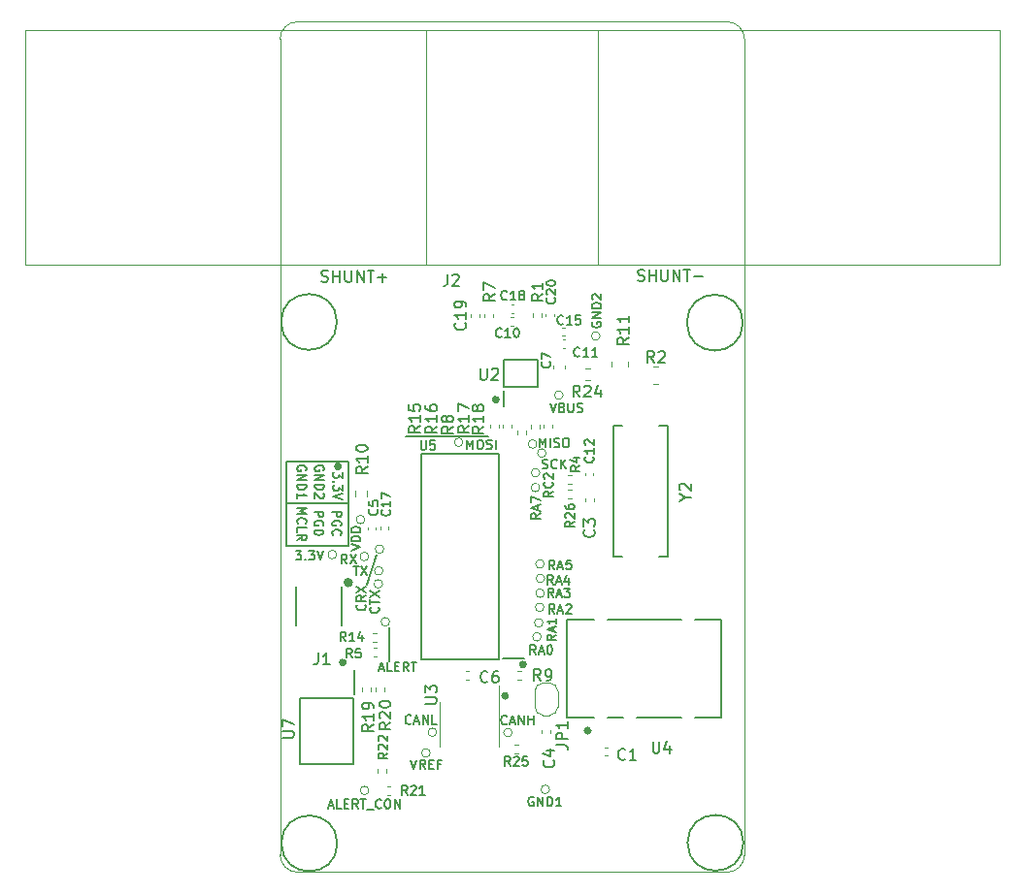
<source format=gbr>
%TF.GenerationSoftware,KiCad,Pcbnew,(7.0.0)*%
%TF.CreationDate,2023-07-13T15:07:20+05:30*%
%TF.ProjectId,EMO current sense INA190,454d4f20-6375-4727-9265-6e742073656e,1*%
%TF.SameCoordinates,Original*%
%TF.FileFunction,Legend,Top*%
%TF.FilePolarity,Positive*%
%FSLAX46Y46*%
G04 Gerber Fmt 4.6, Leading zero omitted, Abs format (unit mm)*
G04 Created by KiCad (PCBNEW (7.0.0)) date 2023-07-13 15:07:20*
%MOMM*%
%LPD*%
G01*
G04 APERTURE LIST*
%ADD10C,0.375000*%
%ADD11C,0.150000*%
%ADD12C,0.120000*%
%ADD13C,0.200000*%
%ADD14C,0.360000*%
%ADD15C,0.152400*%
%ADD16C,0.400000*%
%TA.AperFunction,Profile*%
%ADD17C,0.100000*%
%TD*%
G04 APERTURE END LIST*
D10*
X158727500Y-65330000D02*
G75*
G03*
X158727500Y-65330000I-187500J0D01*
G01*
D11*
X158448893Y-52708893D02*
G75*
G03*
X158448893Y-52708893I-2438893J0D01*
G01*
X164460000Y-62700000D02*
X171690000Y-62700000D01*
X154080000Y-64860000D02*
X159420000Y-64860000D01*
X159420000Y-64860000D02*
X159420000Y-72270000D01*
X159420000Y-72270000D02*
X154080000Y-72270000D01*
X154080000Y-72270000D02*
X154080000Y-64860000D01*
X193910000Y-98190000D02*
G75*
G03*
X193910000Y-98190000I-2438893J0D01*
G01*
X163040000Y-79390000D02*
X163040000Y-82300000D01*
X158478893Y-98241107D02*
G75*
G03*
X158478893Y-98241107I-2438893J0D01*
G01*
X193860000Y-52770000D02*
G75*
G03*
X193860000Y-52770000I-2444013J0D01*
G01*
X161100000Y-75640000D02*
X161900000Y-73030000D01*
X154080000Y-68565000D02*
X159420000Y-68565000D01*
X155736000Y-65689523D02*
X155774095Y-65613333D01*
X155774095Y-65613333D02*
X155774095Y-65499047D01*
X155774095Y-65499047D02*
X155736000Y-65384761D01*
X155736000Y-65384761D02*
X155659809Y-65308571D01*
X155659809Y-65308571D02*
X155583619Y-65270476D01*
X155583619Y-65270476D02*
X155431238Y-65232380D01*
X155431238Y-65232380D02*
X155316952Y-65232380D01*
X155316952Y-65232380D02*
X155164571Y-65270476D01*
X155164571Y-65270476D02*
X155088380Y-65308571D01*
X155088380Y-65308571D02*
X155012190Y-65384761D01*
X155012190Y-65384761D02*
X154974095Y-65499047D01*
X154974095Y-65499047D02*
X154974095Y-65575238D01*
X154974095Y-65575238D02*
X155012190Y-65689523D01*
X155012190Y-65689523D02*
X155050285Y-65727619D01*
X155050285Y-65727619D02*
X155316952Y-65727619D01*
X155316952Y-65727619D02*
X155316952Y-65575238D01*
X154974095Y-66070476D02*
X155774095Y-66070476D01*
X155774095Y-66070476D02*
X154974095Y-66527619D01*
X154974095Y-66527619D02*
X155774095Y-66527619D01*
X154974095Y-66908571D02*
X155774095Y-66908571D01*
X155774095Y-66908571D02*
X155774095Y-67099047D01*
X155774095Y-67099047D02*
X155736000Y-67213333D01*
X155736000Y-67213333D02*
X155659809Y-67289523D01*
X155659809Y-67289523D02*
X155583619Y-67327618D01*
X155583619Y-67327618D02*
X155431238Y-67365714D01*
X155431238Y-67365714D02*
X155316952Y-67365714D01*
X155316952Y-67365714D02*
X155164571Y-67327618D01*
X155164571Y-67327618D02*
X155088380Y-67289523D01*
X155088380Y-67289523D02*
X155012190Y-67213333D01*
X155012190Y-67213333D02*
X154974095Y-67099047D01*
X154974095Y-67099047D02*
X154974095Y-66908571D01*
X154974095Y-68127618D02*
X154974095Y-67670475D01*
X154974095Y-67899047D02*
X155774095Y-67899047D01*
X155774095Y-67899047D02*
X155659809Y-67822856D01*
X155659809Y-67822856D02*
X155583619Y-67746666D01*
X155583619Y-67746666D02*
X155545523Y-67670475D01*
X158934095Y-65824285D02*
X158934095Y-66319523D01*
X158934095Y-66319523D02*
X158629333Y-66052857D01*
X158629333Y-66052857D02*
X158629333Y-66167142D01*
X158629333Y-66167142D02*
X158591238Y-66243333D01*
X158591238Y-66243333D02*
X158553142Y-66281428D01*
X158553142Y-66281428D02*
X158476952Y-66319523D01*
X158476952Y-66319523D02*
X158286476Y-66319523D01*
X158286476Y-66319523D02*
X158210285Y-66281428D01*
X158210285Y-66281428D02*
X158172190Y-66243333D01*
X158172190Y-66243333D02*
X158134095Y-66167142D01*
X158134095Y-66167142D02*
X158134095Y-65938571D01*
X158134095Y-65938571D02*
X158172190Y-65862380D01*
X158172190Y-65862380D02*
X158210285Y-65824285D01*
X158210285Y-66662381D02*
X158172190Y-66700476D01*
X158172190Y-66700476D02*
X158134095Y-66662381D01*
X158134095Y-66662381D02*
X158172190Y-66624285D01*
X158172190Y-66624285D02*
X158210285Y-66662381D01*
X158210285Y-66662381D02*
X158134095Y-66662381D01*
X158934095Y-66967142D02*
X158934095Y-67462380D01*
X158934095Y-67462380D02*
X158629333Y-67195714D01*
X158629333Y-67195714D02*
X158629333Y-67309999D01*
X158629333Y-67309999D02*
X158591238Y-67386190D01*
X158591238Y-67386190D02*
X158553142Y-67424285D01*
X158553142Y-67424285D02*
X158476952Y-67462380D01*
X158476952Y-67462380D02*
X158286476Y-67462380D01*
X158286476Y-67462380D02*
X158210285Y-67424285D01*
X158210285Y-67424285D02*
X158172190Y-67386190D01*
X158172190Y-67386190D02*
X158134095Y-67309999D01*
X158134095Y-67309999D02*
X158134095Y-67081428D01*
X158134095Y-67081428D02*
X158172190Y-67005237D01*
X158172190Y-67005237D02*
X158210285Y-66967142D01*
X158934095Y-67690952D02*
X158134095Y-67957619D01*
X158134095Y-67957619D02*
X158934095Y-68224285D01*
X157110476Y-49164761D02*
X157253333Y-49212380D01*
X157253333Y-49212380D02*
X157491428Y-49212380D01*
X157491428Y-49212380D02*
X157586666Y-49164761D01*
X157586666Y-49164761D02*
X157634285Y-49117142D01*
X157634285Y-49117142D02*
X157681904Y-49021904D01*
X157681904Y-49021904D02*
X157681904Y-48926666D01*
X157681904Y-48926666D02*
X157634285Y-48831428D01*
X157634285Y-48831428D02*
X157586666Y-48783809D01*
X157586666Y-48783809D02*
X157491428Y-48736190D01*
X157491428Y-48736190D02*
X157300952Y-48688571D01*
X157300952Y-48688571D02*
X157205714Y-48640952D01*
X157205714Y-48640952D02*
X157158095Y-48593333D01*
X157158095Y-48593333D02*
X157110476Y-48498095D01*
X157110476Y-48498095D02*
X157110476Y-48402857D01*
X157110476Y-48402857D02*
X157158095Y-48307619D01*
X157158095Y-48307619D02*
X157205714Y-48260000D01*
X157205714Y-48260000D02*
X157300952Y-48212380D01*
X157300952Y-48212380D02*
X157539047Y-48212380D01*
X157539047Y-48212380D02*
X157681904Y-48260000D01*
X158110476Y-49212380D02*
X158110476Y-48212380D01*
X158110476Y-48688571D02*
X158681904Y-48688571D01*
X158681904Y-49212380D02*
X158681904Y-48212380D01*
X159158095Y-48212380D02*
X159158095Y-49021904D01*
X159158095Y-49021904D02*
X159205714Y-49117142D01*
X159205714Y-49117142D02*
X159253333Y-49164761D01*
X159253333Y-49164761D02*
X159348571Y-49212380D01*
X159348571Y-49212380D02*
X159539047Y-49212380D01*
X159539047Y-49212380D02*
X159634285Y-49164761D01*
X159634285Y-49164761D02*
X159681904Y-49117142D01*
X159681904Y-49117142D02*
X159729523Y-49021904D01*
X159729523Y-49021904D02*
X159729523Y-48212380D01*
X160205714Y-49212380D02*
X160205714Y-48212380D01*
X160205714Y-48212380D02*
X160777142Y-49212380D01*
X160777142Y-49212380D02*
X160777142Y-48212380D01*
X161110476Y-48212380D02*
X161681904Y-48212380D01*
X161396190Y-49212380D02*
X161396190Y-48212380D01*
X162015238Y-48831428D02*
X162777143Y-48831428D01*
X162396190Y-49212380D02*
X162396190Y-48450476D01*
X156464095Y-69270476D02*
X157264095Y-69270476D01*
X157264095Y-69270476D02*
X157264095Y-69575238D01*
X157264095Y-69575238D02*
X157226000Y-69651428D01*
X157226000Y-69651428D02*
X157187904Y-69689523D01*
X157187904Y-69689523D02*
X157111714Y-69727619D01*
X157111714Y-69727619D02*
X156997428Y-69727619D01*
X156997428Y-69727619D02*
X156921238Y-69689523D01*
X156921238Y-69689523D02*
X156883142Y-69651428D01*
X156883142Y-69651428D02*
X156845047Y-69575238D01*
X156845047Y-69575238D02*
X156845047Y-69270476D01*
X157226000Y-70489523D02*
X157264095Y-70413333D01*
X157264095Y-70413333D02*
X157264095Y-70299047D01*
X157264095Y-70299047D02*
X157226000Y-70184761D01*
X157226000Y-70184761D02*
X157149809Y-70108571D01*
X157149809Y-70108571D02*
X157073619Y-70070476D01*
X157073619Y-70070476D02*
X156921238Y-70032380D01*
X156921238Y-70032380D02*
X156806952Y-70032380D01*
X156806952Y-70032380D02*
X156654571Y-70070476D01*
X156654571Y-70070476D02*
X156578380Y-70108571D01*
X156578380Y-70108571D02*
X156502190Y-70184761D01*
X156502190Y-70184761D02*
X156464095Y-70299047D01*
X156464095Y-70299047D02*
X156464095Y-70375238D01*
X156464095Y-70375238D02*
X156502190Y-70489523D01*
X156502190Y-70489523D02*
X156540285Y-70527619D01*
X156540285Y-70527619D02*
X156806952Y-70527619D01*
X156806952Y-70527619D02*
X156806952Y-70375238D01*
X156464095Y-70870476D02*
X157264095Y-70870476D01*
X157264095Y-70870476D02*
X157264095Y-71060952D01*
X157264095Y-71060952D02*
X157226000Y-71175238D01*
X157226000Y-71175238D02*
X157149809Y-71251428D01*
X157149809Y-71251428D02*
X157073619Y-71289523D01*
X157073619Y-71289523D02*
X156921238Y-71327619D01*
X156921238Y-71327619D02*
X156806952Y-71327619D01*
X156806952Y-71327619D02*
X156654571Y-71289523D01*
X156654571Y-71289523D02*
X156578380Y-71251428D01*
X156578380Y-71251428D02*
X156502190Y-71175238D01*
X156502190Y-71175238D02*
X156464095Y-71060952D01*
X156464095Y-71060952D02*
X156464095Y-70870476D01*
X154974095Y-68960476D02*
X155774095Y-68960476D01*
X155774095Y-68960476D02*
X155202666Y-69227142D01*
X155202666Y-69227142D02*
X155774095Y-69493809D01*
X155774095Y-69493809D02*
X154974095Y-69493809D01*
X155050285Y-70331905D02*
X155012190Y-70293809D01*
X155012190Y-70293809D02*
X154974095Y-70179524D01*
X154974095Y-70179524D02*
X154974095Y-70103333D01*
X154974095Y-70103333D02*
X155012190Y-69989047D01*
X155012190Y-69989047D02*
X155088380Y-69912857D01*
X155088380Y-69912857D02*
X155164571Y-69874762D01*
X155164571Y-69874762D02*
X155316952Y-69836666D01*
X155316952Y-69836666D02*
X155431238Y-69836666D01*
X155431238Y-69836666D02*
X155583619Y-69874762D01*
X155583619Y-69874762D02*
X155659809Y-69912857D01*
X155659809Y-69912857D02*
X155736000Y-69989047D01*
X155736000Y-69989047D02*
X155774095Y-70103333D01*
X155774095Y-70103333D02*
X155774095Y-70179524D01*
X155774095Y-70179524D02*
X155736000Y-70293809D01*
X155736000Y-70293809D02*
X155697904Y-70331905D01*
X154974095Y-71055714D02*
X154974095Y-70674762D01*
X154974095Y-70674762D02*
X155774095Y-70674762D01*
X154974095Y-71779524D02*
X155355047Y-71512857D01*
X154974095Y-71322381D02*
X155774095Y-71322381D01*
X155774095Y-71322381D02*
X155774095Y-71627143D01*
X155774095Y-71627143D02*
X155736000Y-71703333D01*
X155736000Y-71703333D02*
X155697904Y-71741428D01*
X155697904Y-71741428D02*
X155621714Y-71779524D01*
X155621714Y-71779524D02*
X155507428Y-71779524D01*
X155507428Y-71779524D02*
X155431238Y-71741428D01*
X155431238Y-71741428D02*
X155393142Y-71703333D01*
X155393142Y-71703333D02*
X155355047Y-71627143D01*
X155355047Y-71627143D02*
X155355047Y-71322381D01*
X158034095Y-69270476D02*
X158834095Y-69270476D01*
X158834095Y-69270476D02*
X158834095Y-69575238D01*
X158834095Y-69575238D02*
X158796000Y-69651428D01*
X158796000Y-69651428D02*
X158757904Y-69689523D01*
X158757904Y-69689523D02*
X158681714Y-69727619D01*
X158681714Y-69727619D02*
X158567428Y-69727619D01*
X158567428Y-69727619D02*
X158491238Y-69689523D01*
X158491238Y-69689523D02*
X158453142Y-69651428D01*
X158453142Y-69651428D02*
X158415047Y-69575238D01*
X158415047Y-69575238D02*
X158415047Y-69270476D01*
X158796000Y-70489523D02*
X158834095Y-70413333D01*
X158834095Y-70413333D02*
X158834095Y-70299047D01*
X158834095Y-70299047D02*
X158796000Y-70184761D01*
X158796000Y-70184761D02*
X158719809Y-70108571D01*
X158719809Y-70108571D02*
X158643619Y-70070476D01*
X158643619Y-70070476D02*
X158491238Y-70032380D01*
X158491238Y-70032380D02*
X158376952Y-70032380D01*
X158376952Y-70032380D02*
X158224571Y-70070476D01*
X158224571Y-70070476D02*
X158148380Y-70108571D01*
X158148380Y-70108571D02*
X158072190Y-70184761D01*
X158072190Y-70184761D02*
X158034095Y-70299047D01*
X158034095Y-70299047D02*
X158034095Y-70375238D01*
X158034095Y-70375238D02*
X158072190Y-70489523D01*
X158072190Y-70489523D02*
X158110285Y-70527619D01*
X158110285Y-70527619D02*
X158376952Y-70527619D01*
X158376952Y-70527619D02*
X158376952Y-70375238D01*
X158110285Y-71327619D02*
X158072190Y-71289523D01*
X158072190Y-71289523D02*
X158034095Y-71175238D01*
X158034095Y-71175238D02*
X158034095Y-71099047D01*
X158034095Y-71099047D02*
X158072190Y-70984761D01*
X158072190Y-70984761D02*
X158148380Y-70908571D01*
X158148380Y-70908571D02*
X158224571Y-70870476D01*
X158224571Y-70870476D02*
X158376952Y-70832380D01*
X158376952Y-70832380D02*
X158491238Y-70832380D01*
X158491238Y-70832380D02*
X158643619Y-70870476D01*
X158643619Y-70870476D02*
X158719809Y-70908571D01*
X158719809Y-70908571D02*
X158796000Y-70984761D01*
X158796000Y-70984761D02*
X158834095Y-71099047D01*
X158834095Y-71099047D02*
X158834095Y-71175238D01*
X158834095Y-71175238D02*
X158796000Y-71289523D01*
X158796000Y-71289523D02*
X158757904Y-71327619D01*
X184690476Y-49084761D02*
X184833333Y-49132380D01*
X184833333Y-49132380D02*
X185071428Y-49132380D01*
X185071428Y-49132380D02*
X185166666Y-49084761D01*
X185166666Y-49084761D02*
X185214285Y-49037142D01*
X185214285Y-49037142D02*
X185261904Y-48941904D01*
X185261904Y-48941904D02*
X185261904Y-48846666D01*
X185261904Y-48846666D02*
X185214285Y-48751428D01*
X185214285Y-48751428D02*
X185166666Y-48703809D01*
X185166666Y-48703809D02*
X185071428Y-48656190D01*
X185071428Y-48656190D02*
X184880952Y-48608571D01*
X184880952Y-48608571D02*
X184785714Y-48560952D01*
X184785714Y-48560952D02*
X184738095Y-48513333D01*
X184738095Y-48513333D02*
X184690476Y-48418095D01*
X184690476Y-48418095D02*
X184690476Y-48322857D01*
X184690476Y-48322857D02*
X184738095Y-48227619D01*
X184738095Y-48227619D02*
X184785714Y-48180000D01*
X184785714Y-48180000D02*
X184880952Y-48132380D01*
X184880952Y-48132380D02*
X185119047Y-48132380D01*
X185119047Y-48132380D02*
X185261904Y-48180000D01*
X185690476Y-49132380D02*
X185690476Y-48132380D01*
X185690476Y-48608571D02*
X186261904Y-48608571D01*
X186261904Y-49132380D02*
X186261904Y-48132380D01*
X186738095Y-48132380D02*
X186738095Y-48941904D01*
X186738095Y-48941904D02*
X186785714Y-49037142D01*
X186785714Y-49037142D02*
X186833333Y-49084761D01*
X186833333Y-49084761D02*
X186928571Y-49132380D01*
X186928571Y-49132380D02*
X187119047Y-49132380D01*
X187119047Y-49132380D02*
X187214285Y-49084761D01*
X187214285Y-49084761D02*
X187261904Y-49037142D01*
X187261904Y-49037142D02*
X187309523Y-48941904D01*
X187309523Y-48941904D02*
X187309523Y-48132380D01*
X187785714Y-49132380D02*
X187785714Y-48132380D01*
X187785714Y-48132380D02*
X188357142Y-49132380D01*
X188357142Y-49132380D02*
X188357142Y-48132380D01*
X188690476Y-48132380D02*
X189261904Y-48132380D01*
X188976190Y-49132380D02*
X188976190Y-48132380D01*
X189595238Y-48751428D02*
X190357143Y-48751428D01*
X157296000Y-65689523D02*
X157334095Y-65613333D01*
X157334095Y-65613333D02*
X157334095Y-65499047D01*
X157334095Y-65499047D02*
X157296000Y-65384761D01*
X157296000Y-65384761D02*
X157219809Y-65308571D01*
X157219809Y-65308571D02*
X157143619Y-65270476D01*
X157143619Y-65270476D02*
X156991238Y-65232380D01*
X156991238Y-65232380D02*
X156876952Y-65232380D01*
X156876952Y-65232380D02*
X156724571Y-65270476D01*
X156724571Y-65270476D02*
X156648380Y-65308571D01*
X156648380Y-65308571D02*
X156572190Y-65384761D01*
X156572190Y-65384761D02*
X156534095Y-65499047D01*
X156534095Y-65499047D02*
X156534095Y-65575238D01*
X156534095Y-65575238D02*
X156572190Y-65689523D01*
X156572190Y-65689523D02*
X156610285Y-65727619D01*
X156610285Y-65727619D02*
X156876952Y-65727619D01*
X156876952Y-65727619D02*
X156876952Y-65575238D01*
X156534095Y-66070476D02*
X157334095Y-66070476D01*
X157334095Y-66070476D02*
X156534095Y-66527619D01*
X156534095Y-66527619D02*
X157334095Y-66527619D01*
X156534095Y-66908571D02*
X157334095Y-66908571D01*
X157334095Y-66908571D02*
X157334095Y-67099047D01*
X157334095Y-67099047D02*
X157296000Y-67213333D01*
X157296000Y-67213333D02*
X157219809Y-67289523D01*
X157219809Y-67289523D02*
X157143619Y-67327618D01*
X157143619Y-67327618D02*
X156991238Y-67365714D01*
X156991238Y-67365714D02*
X156876952Y-67365714D01*
X156876952Y-67365714D02*
X156724571Y-67327618D01*
X156724571Y-67327618D02*
X156648380Y-67289523D01*
X156648380Y-67289523D02*
X156572190Y-67213333D01*
X156572190Y-67213333D02*
X156534095Y-67099047D01*
X156534095Y-67099047D02*
X156534095Y-66908571D01*
X157257904Y-67670475D02*
X157296000Y-67708571D01*
X157296000Y-67708571D02*
X157334095Y-67784761D01*
X157334095Y-67784761D02*
X157334095Y-67975237D01*
X157334095Y-67975237D02*
X157296000Y-68051428D01*
X157296000Y-68051428D02*
X157257904Y-68089523D01*
X157257904Y-68089523D02*
X157181714Y-68127618D01*
X157181714Y-68127618D02*
X157105523Y-68127618D01*
X157105523Y-68127618D02*
X156991238Y-68089523D01*
X156991238Y-68089523D02*
X156534095Y-67632380D01*
X156534095Y-67632380D02*
X156534095Y-68127618D01*
%TO.C,R20*%
X163137380Y-87702857D02*
X162661190Y-88036190D01*
X163137380Y-88274285D02*
X162137380Y-88274285D01*
X162137380Y-88274285D02*
X162137380Y-87893333D01*
X162137380Y-87893333D02*
X162185000Y-87798095D01*
X162185000Y-87798095D02*
X162232619Y-87750476D01*
X162232619Y-87750476D02*
X162327857Y-87702857D01*
X162327857Y-87702857D02*
X162470714Y-87702857D01*
X162470714Y-87702857D02*
X162565952Y-87750476D01*
X162565952Y-87750476D02*
X162613571Y-87798095D01*
X162613571Y-87798095D02*
X162661190Y-87893333D01*
X162661190Y-87893333D02*
X162661190Y-88274285D01*
X162232619Y-87321904D02*
X162185000Y-87274285D01*
X162185000Y-87274285D02*
X162137380Y-87179047D01*
X162137380Y-87179047D02*
X162137380Y-86940952D01*
X162137380Y-86940952D02*
X162185000Y-86845714D01*
X162185000Y-86845714D02*
X162232619Y-86798095D01*
X162232619Y-86798095D02*
X162327857Y-86750476D01*
X162327857Y-86750476D02*
X162423095Y-86750476D01*
X162423095Y-86750476D02*
X162565952Y-86798095D01*
X162565952Y-86798095D02*
X163137380Y-87369523D01*
X163137380Y-87369523D02*
X163137380Y-86750476D01*
X162137380Y-86131428D02*
X162137380Y-86036190D01*
X162137380Y-86036190D02*
X162185000Y-85940952D01*
X162185000Y-85940952D02*
X162232619Y-85893333D01*
X162232619Y-85893333D02*
X162327857Y-85845714D01*
X162327857Y-85845714D02*
X162518333Y-85798095D01*
X162518333Y-85798095D02*
X162756428Y-85798095D01*
X162756428Y-85798095D02*
X162946904Y-85845714D01*
X162946904Y-85845714D02*
X163042142Y-85893333D01*
X163042142Y-85893333D02*
X163089761Y-85940952D01*
X163089761Y-85940952D02*
X163137380Y-86036190D01*
X163137380Y-86036190D02*
X163137380Y-86131428D01*
X163137380Y-86131428D02*
X163089761Y-86226666D01*
X163089761Y-86226666D02*
X163042142Y-86274285D01*
X163042142Y-86274285D02*
X162946904Y-86321904D01*
X162946904Y-86321904D02*
X162756428Y-86369523D01*
X162756428Y-86369523D02*
X162518333Y-86369523D01*
X162518333Y-86369523D02*
X162327857Y-86321904D01*
X162327857Y-86321904D02*
X162232619Y-86274285D01*
X162232619Y-86274285D02*
X162185000Y-86226666D01*
X162185000Y-86226666D02*
X162137380Y-86131428D01*
%TO.C,R15*%
X165707380Y-61792857D02*
X165231190Y-62126190D01*
X165707380Y-62364285D02*
X164707380Y-62364285D01*
X164707380Y-62364285D02*
X164707380Y-61983333D01*
X164707380Y-61983333D02*
X164755000Y-61888095D01*
X164755000Y-61888095D02*
X164802619Y-61840476D01*
X164802619Y-61840476D02*
X164897857Y-61792857D01*
X164897857Y-61792857D02*
X165040714Y-61792857D01*
X165040714Y-61792857D02*
X165135952Y-61840476D01*
X165135952Y-61840476D02*
X165183571Y-61888095D01*
X165183571Y-61888095D02*
X165231190Y-61983333D01*
X165231190Y-61983333D02*
X165231190Y-62364285D01*
X165707380Y-60840476D02*
X165707380Y-61411904D01*
X165707380Y-61126190D02*
X164707380Y-61126190D01*
X164707380Y-61126190D02*
X164850238Y-61221428D01*
X164850238Y-61221428D02*
X164945476Y-61316666D01*
X164945476Y-61316666D02*
X164993095Y-61411904D01*
X164707380Y-59935714D02*
X164707380Y-60411904D01*
X164707380Y-60411904D02*
X165183571Y-60459523D01*
X165183571Y-60459523D02*
X165135952Y-60411904D01*
X165135952Y-60411904D02*
X165088333Y-60316666D01*
X165088333Y-60316666D02*
X165088333Y-60078571D01*
X165088333Y-60078571D02*
X165135952Y-59983333D01*
X165135952Y-59983333D02*
X165183571Y-59935714D01*
X165183571Y-59935714D02*
X165278809Y-59888095D01*
X165278809Y-59888095D02*
X165516904Y-59888095D01*
X165516904Y-59888095D02*
X165612142Y-59935714D01*
X165612142Y-59935714D02*
X165659761Y-59983333D01*
X165659761Y-59983333D02*
X165707380Y-60078571D01*
X165707380Y-60078571D02*
X165707380Y-60316666D01*
X165707380Y-60316666D02*
X165659761Y-60411904D01*
X165659761Y-60411904D02*
X165612142Y-60459523D01*
%TO.C,C5*%
X161957714Y-69063332D02*
X161995809Y-69101428D01*
X161995809Y-69101428D02*
X162033904Y-69215713D01*
X162033904Y-69215713D02*
X162033904Y-69291904D01*
X162033904Y-69291904D02*
X161995809Y-69406190D01*
X161995809Y-69406190D02*
X161919619Y-69482380D01*
X161919619Y-69482380D02*
X161843428Y-69520475D01*
X161843428Y-69520475D02*
X161691047Y-69558571D01*
X161691047Y-69558571D02*
X161576761Y-69558571D01*
X161576761Y-69558571D02*
X161424380Y-69520475D01*
X161424380Y-69520475D02*
X161348190Y-69482380D01*
X161348190Y-69482380D02*
X161272000Y-69406190D01*
X161272000Y-69406190D02*
X161233904Y-69291904D01*
X161233904Y-69291904D02*
X161233904Y-69215713D01*
X161233904Y-69215713D02*
X161272000Y-69101428D01*
X161272000Y-69101428D02*
X161310095Y-69063332D01*
X161233904Y-68339523D02*
X161233904Y-68720475D01*
X161233904Y-68720475D02*
X161614857Y-68758571D01*
X161614857Y-68758571D02*
X161576761Y-68720475D01*
X161576761Y-68720475D02*
X161538666Y-68644285D01*
X161538666Y-68644285D02*
X161538666Y-68453809D01*
X161538666Y-68453809D02*
X161576761Y-68377618D01*
X161576761Y-68377618D02*
X161614857Y-68339523D01*
X161614857Y-68339523D02*
X161691047Y-68301428D01*
X161691047Y-68301428D02*
X161881523Y-68301428D01*
X161881523Y-68301428D02*
X161957714Y-68339523D01*
X161957714Y-68339523D02*
X161995809Y-68377618D01*
X161995809Y-68377618D02*
X162033904Y-68453809D01*
X162033904Y-68453809D02*
X162033904Y-68644285D01*
X162033904Y-68644285D02*
X161995809Y-68720475D01*
X161995809Y-68720475D02*
X161957714Y-68758571D01*
%TO.C,R1*%
X176417380Y-50246666D02*
X175941190Y-50579999D01*
X176417380Y-50818094D02*
X175417380Y-50818094D01*
X175417380Y-50818094D02*
X175417380Y-50437142D01*
X175417380Y-50437142D02*
X175465000Y-50341904D01*
X175465000Y-50341904D02*
X175512619Y-50294285D01*
X175512619Y-50294285D02*
X175607857Y-50246666D01*
X175607857Y-50246666D02*
X175750714Y-50246666D01*
X175750714Y-50246666D02*
X175845952Y-50294285D01*
X175845952Y-50294285D02*
X175893571Y-50341904D01*
X175893571Y-50341904D02*
X175941190Y-50437142D01*
X175941190Y-50437142D02*
X175941190Y-50818094D01*
X176417380Y-49294285D02*
X176417380Y-49865713D01*
X176417380Y-49579999D02*
X175417380Y-49579999D01*
X175417380Y-49579999D02*
X175560238Y-49675237D01*
X175560238Y-49675237D02*
X175655476Y-49770475D01*
X175655476Y-49770475D02*
X175703095Y-49865713D01*
%TO.C,C20*%
X177447714Y-50614285D02*
X177485809Y-50652381D01*
X177485809Y-50652381D02*
X177523904Y-50766666D01*
X177523904Y-50766666D02*
X177523904Y-50842857D01*
X177523904Y-50842857D02*
X177485809Y-50957143D01*
X177485809Y-50957143D02*
X177409619Y-51033333D01*
X177409619Y-51033333D02*
X177333428Y-51071428D01*
X177333428Y-51071428D02*
X177181047Y-51109524D01*
X177181047Y-51109524D02*
X177066761Y-51109524D01*
X177066761Y-51109524D02*
X176914380Y-51071428D01*
X176914380Y-51071428D02*
X176838190Y-51033333D01*
X176838190Y-51033333D02*
X176762000Y-50957143D01*
X176762000Y-50957143D02*
X176723904Y-50842857D01*
X176723904Y-50842857D02*
X176723904Y-50766666D01*
X176723904Y-50766666D02*
X176762000Y-50652381D01*
X176762000Y-50652381D02*
X176800095Y-50614285D01*
X176800095Y-50309524D02*
X176762000Y-50271428D01*
X176762000Y-50271428D02*
X176723904Y-50195238D01*
X176723904Y-50195238D02*
X176723904Y-50004762D01*
X176723904Y-50004762D02*
X176762000Y-49928571D01*
X176762000Y-49928571D02*
X176800095Y-49890476D01*
X176800095Y-49890476D02*
X176876285Y-49852381D01*
X176876285Y-49852381D02*
X176952476Y-49852381D01*
X176952476Y-49852381D02*
X177066761Y-49890476D01*
X177066761Y-49890476D02*
X177523904Y-50347619D01*
X177523904Y-50347619D02*
X177523904Y-49852381D01*
X176723904Y-49357142D02*
X176723904Y-49280952D01*
X176723904Y-49280952D02*
X176762000Y-49204761D01*
X176762000Y-49204761D02*
X176800095Y-49166666D01*
X176800095Y-49166666D02*
X176876285Y-49128571D01*
X176876285Y-49128571D02*
X177028666Y-49090476D01*
X177028666Y-49090476D02*
X177219142Y-49090476D01*
X177219142Y-49090476D02*
X177371523Y-49128571D01*
X177371523Y-49128571D02*
X177447714Y-49166666D01*
X177447714Y-49166666D02*
X177485809Y-49204761D01*
X177485809Y-49204761D02*
X177523904Y-49280952D01*
X177523904Y-49280952D02*
X177523904Y-49357142D01*
X177523904Y-49357142D02*
X177485809Y-49433333D01*
X177485809Y-49433333D02*
X177447714Y-49471428D01*
X177447714Y-49471428D02*
X177371523Y-49509523D01*
X177371523Y-49509523D02*
X177219142Y-49547619D01*
X177219142Y-49547619D02*
X177028666Y-49547619D01*
X177028666Y-49547619D02*
X176876285Y-49509523D01*
X176876285Y-49509523D02*
X176800095Y-49471428D01*
X176800095Y-49471428D02*
X176762000Y-49433333D01*
X176762000Y-49433333D02*
X176723904Y-49357142D01*
%TO.C,TP2*%
X177033333Y-59783904D02*
X177300000Y-60583904D01*
X177300000Y-60583904D02*
X177566666Y-59783904D01*
X178099999Y-60164857D02*
X178214285Y-60202952D01*
X178214285Y-60202952D02*
X178252380Y-60241047D01*
X178252380Y-60241047D02*
X178290476Y-60317238D01*
X178290476Y-60317238D02*
X178290476Y-60431523D01*
X178290476Y-60431523D02*
X178252380Y-60507714D01*
X178252380Y-60507714D02*
X178214285Y-60545809D01*
X178214285Y-60545809D02*
X178138095Y-60583904D01*
X178138095Y-60583904D02*
X177833333Y-60583904D01*
X177833333Y-60583904D02*
X177833333Y-59783904D01*
X177833333Y-59783904D02*
X178099999Y-59783904D01*
X178099999Y-59783904D02*
X178176190Y-59822000D01*
X178176190Y-59822000D02*
X178214285Y-59860095D01*
X178214285Y-59860095D02*
X178252380Y-59936285D01*
X178252380Y-59936285D02*
X178252380Y-60012476D01*
X178252380Y-60012476D02*
X178214285Y-60088666D01*
X178214285Y-60088666D02*
X178176190Y-60126761D01*
X178176190Y-60126761D02*
X178099999Y-60164857D01*
X178099999Y-60164857D02*
X177833333Y-60164857D01*
X178633333Y-59783904D02*
X178633333Y-60431523D01*
X178633333Y-60431523D02*
X178671428Y-60507714D01*
X178671428Y-60507714D02*
X178709523Y-60545809D01*
X178709523Y-60545809D02*
X178785714Y-60583904D01*
X178785714Y-60583904D02*
X178938095Y-60583904D01*
X178938095Y-60583904D02*
X179014285Y-60545809D01*
X179014285Y-60545809D02*
X179052380Y-60507714D01*
X179052380Y-60507714D02*
X179090476Y-60431523D01*
X179090476Y-60431523D02*
X179090476Y-59783904D01*
X179433332Y-60545809D02*
X179547618Y-60583904D01*
X179547618Y-60583904D02*
X179738094Y-60583904D01*
X179738094Y-60583904D02*
X179814285Y-60545809D01*
X179814285Y-60545809D02*
X179852380Y-60507714D01*
X179852380Y-60507714D02*
X179890475Y-60431523D01*
X179890475Y-60431523D02*
X179890475Y-60355333D01*
X179890475Y-60355333D02*
X179852380Y-60279142D01*
X179852380Y-60279142D02*
X179814285Y-60241047D01*
X179814285Y-60241047D02*
X179738094Y-60202952D01*
X179738094Y-60202952D02*
X179585713Y-60164857D01*
X179585713Y-60164857D02*
X179509523Y-60126761D01*
X179509523Y-60126761D02*
X179471428Y-60088666D01*
X179471428Y-60088666D02*
X179433332Y-60012476D01*
X179433332Y-60012476D02*
X179433332Y-59936285D01*
X179433332Y-59936285D02*
X179471428Y-59860095D01*
X179471428Y-59860095D02*
X179509523Y-59822000D01*
X179509523Y-59822000D02*
X179585713Y-59783904D01*
X179585713Y-59783904D02*
X179776190Y-59783904D01*
X179776190Y-59783904D02*
X179890475Y-59822000D01*
%TO.C,R8*%
X168587380Y-61836666D02*
X168111190Y-62169999D01*
X168587380Y-62408094D02*
X167587380Y-62408094D01*
X167587380Y-62408094D02*
X167587380Y-62027142D01*
X167587380Y-62027142D02*
X167635000Y-61931904D01*
X167635000Y-61931904D02*
X167682619Y-61884285D01*
X167682619Y-61884285D02*
X167777857Y-61836666D01*
X167777857Y-61836666D02*
X167920714Y-61836666D01*
X167920714Y-61836666D02*
X168015952Y-61884285D01*
X168015952Y-61884285D02*
X168063571Y-61931904D01*
X168063571Y-61931904D02*
X168111190Y-62027142D01*
X168111190Y-62027142D02*
X168111190Y-62408094D01*
X168015952Y-61265237D02*
X167968333Y-61360475D01*
X167968333Y-61360475D02*
X167920714Y-61408094D01*
X167920714Y-61408094D02*
X167825476Y-61455713D01*
X167825476Y-61455713D02*
X167777857Y-61455713D01*
X167777857Y-61455713D02*
X167682619Y-61408094D01*
X167682619Y-61408094D02*
X167635000Y-61360475D01*
X167635000Y-61360475D02*
X167587380Y-61265237D01*
X167587380Y-61265237D02*
X167587380Y-61074761D01*
X167587380Y-61074761D02*
X167635000Y-60979523D01*
X167635000Y-60979523D02*
X167682619Y-60931904D01*
X167682619Y-60931904D02*
X167777857Y-60884285D01*
X167777857Y-60884285D02*
X167825476Y-60884285D01*
X167825476Y-60884285D02*
X167920714Y-60931904D01*
X167920714Y-60931904D02*
X167968333Y-60979523D01*
X167968333Y-60979523D02*
X168015952Y-61074761D01*
X168015952Y-61074761D02*
X168015952Y-61265237D01*
X168015952Y-61265237D02*
X168063571Y-61360475D01*
X168063571Y-61360475D02*
X168111190Y-61408094D01*
X168111190Y-61408094D02*
X168206428Y-61455713D01*
X168206428Y-61455713D02*
X168396904Y-61455713D01*
X168396904Y-61455713D02*
X168492142Y-61408094D01*
X168492142Y-61408094D02*
X168539761Y-61360475D01*
X168539761Y-61360475D02*
X168587380Y-61265237D01*
X168587380Y-61265237D02*
X168587380Y-61074761D01*
X168587380Y-61074761D02*
X168539761Y-60979523D01*
X168539761Y-60979523D02*
X168492142Y-60931904D01*
X168492142Y-60931904D02*
X168396904Y-60884285D01*
X168396904Y-60884285D02*
X168206428Y-60884285D01*
X168206428Y-60884285D02*
X168111190Y-60931904D01*
X168111190Y-60931904D02*
X168063571Y-60979523D01*
X168063571Y-60979523D02*
X168015952Y-61074761D01*
%TO.C,5V_PIC1*%
X154849047Y-72683904D02*
X155344285Y-72683904D01*
X155344285Y-72683904D02*
X155077619Y-72988666D01*
X155077619Y-72988666D02*
X155191904Y-72988666D01*
X155191904Y-72988666D02*
X155268095Y-73026761D01*
X155268095Y-73026761D02*
X155306190Y-73064857D01*
X155306190Y-73064857D02*
X155344285Y-73141047D01*
X155344285Y-73141047D02*
X155344285Y-73331523D01*
X155344285Y-73331523D02*
X155306190Y-73407714D01*
X155306190Y-73407714D02*
X155268095Y-73445809D01*
X155268095Y-73445809D02*
X155191904Y-73483904D01*
X155191904Y-73483904D02*
X154963333Y-73483904D01*
X154963333Y-73483904D02*
X154887142Y-73445809D01*
X154887142Y-73445809D02*
X154849047Y-73407714D01*
X155687143Y-73407714D02*
X155725238Y-73445809D01*
X155725238Y-73445809D02*
X155687143Y-73483904D01*
X155687143Y-73483904D02*
X155649047Y-73445809D01*
X155649047Y-73445809D02*
X155687143Y-73407714D01*
X155687143Y-73407714D02*
X155687143Y-73483904D01*
X155991904Y-72683904D02*
X156487142Y-72683904D01*
X156487142Y-72683904D02*
X156220476Y-72988666D01*
X156220476Y-72988666D02*
X156334761Y-72988666D01*
X156334761Y-72988666D02*
X156410952Y-73026761D01*
X156410952Y-73026761D02*
X156449047Y-73064857D01*
X156449047Y-73064857D02*
X156487142Y-73141047D01*
X156487142Y-73141047D02*
X156487142Y-73331523D01*
X156487142Y-73331523D02*
X156449047Y-73407714D01*
X156449047Y-73407714D02*
X156410952Y-73445809D01*
X156410952Y-73445809D02*
X156334761Y-73483904D01*
X156334761Y-73483904D02*
X156106190Y-73483904D01*
X156106190Y-73483904D02*
X156029999Y-73445809D01*
X156029999Y-73445809D02*
X155991904Y-73407714D01*
X156715714Y-72683904D02*
X156982381Y-73483904D01*
X156982381Y-73483904D02*
X157249047Y-72683904D01*
%TO.C,TP23*%
X162047714Y-77608094D02*
X162085809Y-77646190D01*
X162085809Y-77646190D02*
X162123904Y-77760475D01*
X162123904Y-77760475D02*
X162123904Y-77836666D01*
X162123904Y-77836666D02*
X162085809Y-77950952D01*
X162085809Y-77950952D02*
X162009619Y-78027142D01*
X162009619Y-78027142D02*
X161933428Y-78065237D01*
X161933428Y-78065237D02*
X161781047Y-78103333D01*
X161781047Y-78103333D02*
X161666761Y-78103333D01*
X161666761Y-78103333D02*
X161514380Y-78065237D01*
X161514380Y-78065237D02*
X161438190Y-78027142D01*
X161438190Y-78027142D02*
X161362000Y-77950952D01*
X161362000Y-77950952D02*
X161323904Y-77836666D01*
X161323904Y-77836666D02*
X161323904Y-77760475D01*
X161323904Y-77760475D02*
X161362000Y-77646190D01*
X161362000Y-77646190D02*
X161400095Y-77608094D01*
X161323904Y-77379523D02*
X161323904Y-76922380D01*
X162123904Y-77150952D02*
X161323904Y-77150952D01*
X161323904Y-76731904D02*
X162123904Y-76198570D01*
X161323904Y-76198570D02*
X162123904Y-76731904D01*
%TO.C,TP13*%
X175783810Y-81733904D02*
X175517143Y-81352952D01*
X175326667Y-81733904D02*
X175326667Y-80933904D01*
X175326667Y-80933904D02*
X175631429Y-80933904D01*
X175631429Y-80933904D02*
X175707619Y-80972000D01*
X175707619Y-80972000D02*
X175745714Y-81010095D01*
X175745714Y-81010095D02*
X175783810Y-81086285D01*
X175783810Y-81086285D02*
X175783810Y-81200571D01*
X175783810Y-81200571D02*
X175745714Y-81276761D01*
X175745714Y-81276761D02*
X175707619Y-81314857D01*
X175707619Y-81314857D02*
X175631429Y-81352952D01*
X175631429Y-81352952D02*
X175326667Y-81352952D01*
X176088571Y-81505333D02*
X176469524Y-81505333D01*
X176012381Y-81733904D02*
X176279048Y-80933904D01*
X176279048Y-80933904D02*
X176545714Y-81733904D01*
X176964762Y-80933904D02*
X177040952Y-80933904D01*
X177040952Y-80933904D02*
X177117143Y-80972000D01*
X177117143Y-80972000D02*
X177155238Y-81010095D01*
X177155238Y-81010095D02*
X177193333Y-81086285D01*
X177193333Y-81086285D02*
X177231428Y-81238666D01*
X177231428Y-81238666D02*
X177231428Y-81429142D01*
X177231428Y-81429142D02*
X177193333Y-81581523D01*
X177193333Y-81581523D02*
X177155238Y-81657714D01*
X177155238Y-81657714D02*
X177117143Y-81695809D01*
X177117143Y-81695809D02*
X177040952Y-81733904D01*
X177040952Y-81733904D02*
X176964762Y-81733904D01*
X176964762Y-81733904D02*
X176888571Y-81695809D01*
X176888571Y-81695809D02*
X176850476Y-81657714D01*
X176850476Y-81657714D02*
X176812381Y-81581523D01*
X176812381Y-81581523D02*
X176774285Y-81429142D01*
X176774285Y-81429142D02*
X176774285Y-81238666D01*
X176774285Y-81238666D02*
X176812381Y-81086285D01*
X176812381Y-81086285D02*
X176850476Y-81010095D01*
X176850476Y-81010095D02*
X176888571Y-80972000D01*
X176888571Y-80972000D02*
X176964762Y-80933904D01*
%TO.C,C10*%
X172805714Y-53977714D02*
X172767618Y-54015809D01*
X172767618Y-54015809D02*
X172653333Y-54053904D01*
X172653333Y-54053904D02*
X172577142Y-54053904D01*
X172577142Y-54053904D02*
X172462856Y-54015809D01*
X172462856Y-54015809D02*
X172386666Y-53939619D01*
X172386666Y-53939619D02*
X172348571Y-53863428D01*
X172348571Y-53863428D02*
X172310475Y-53711047D01*
X172310475Y-53711047D02*
X172310475Y-53596761D01*
X172310475Y-53596761D02*
X172348571Y-53444380D01*
X172348571Y-53444380D02*
X172386666Y-53368190D01*
X172386666Y-53368190D02*
X172462856Y-53292000D01*
X172462856Y-53292000D02*
X172577142Y-53253904D01*
X172577142Y-53253904D02*
X172653333Y-53253904D01*
X172653333Y-53253904D02*
X172767618Y-53292000D01*
X172767618Y-53292000D02*
X172805714Y-53330095D01*
X173567618Y-54053904D02*
X173110475Y-54053904D01*
X173339047Y-54053904D02*
X173339047Y-53253904D01*
X173339047Y-53253904D02*
X173262856Y-53368190D01*
X173262856Y-53368190D02*
X173186666Y-53444380D01*
X173186666Y-53444380D02*
X173110475Y-53482476D01*
X174062857Y-53253904D02*
X174139047Y-53253904D01*
X174139047Y-53253904D02*
X174215238Y-53292000D01*
X174215238Y-53292000D02*
X174253333Y-53330095D01*
X174253333Y-53330095D02*
X174291428Y-53406285D01*
X174291428Y-53406285D02*
X174329523Y-53558666D01*
X174329523Y-53558666D02*
X174329523Y-53749142D01*
X174329523Y-53749142D02*
X174291428Y-53901523D01*
X174291428Y-53901523D02*
X174253333Y-53977714D01*
X174253333Y-53977714D02*
X174215238Y-54015809D01*
X174215238Y-54015809D02*
X174139047Y-54053904D01*
X174139047Y-54053904D02*
X174062857Y-54053904D01*
X174062857Y-54053904D02*
X173986666Y-54015809D01*
X173986666Y-54015809D02*
X173948571Y-53977714D01*
X173948571Y-53977714D02*
X173910476Y-53901523D01*
X173910476Y-53901523D02*
X173872380Y-53749142D01*
X173872380Y-53749142D02*
X173872380Y-53558666D01*
X173872380Y-53558666D02*
X173910476Y-53406285D01*
X173910476Y-53406285D02*
X173948571Y-53330095D01*
X173948571Y-53330095D02*
X173986666Y-53292000D01*
X173986666Y-53292000D02*
X174062857Y-53253904D01*
%TO.C,TP21*%
X159326667Y-73823904D02*
X159060000Y-73442952D01*
X158869524Y-73823904D02*
X158869524Y-73023904D01*
X158869524Y-73023904D02*
X159174286Y-73023904D01*
X159174286Y-73023904D02*
X159250476Y-73062000D01*
X159250476Y-73062000D02*
X159288571Y-73100095D01*
X159288571Y-73100095D02*
X159326667Y-73176285D01*
X159326667Y-73176285D02*
X159326667Y-73290571D01*
X159326667Y-73290571D02*
X159288571Y-73366761D01*
X159288571Y-73366761D02*
X159250476Y-73404857D01*
X159250476Y-73404857D02*
X159174286Y-73442952D01*
X159174286Y-73442952D02*
X158869524Y-73442952D01*
X159593333Y-73023904D02*
X160126667Y-73823904D01*
X160126667Y-73023904D02*
X159593333Y-73823904D01*
%TO.C,TP14*%
X177573904Y-80046189D02*
X177192952Y-80312856D01*
X177573904Y-80503332D02*
X176773904Y-80503332D01*
X176773904Y-80503332D02*
X176773904Y-80198570D01*
X176773904Y-80198570D02*
X176812000Y-80122380D01*
X176812000Y-80122380D02*
X176850095Y-80084285D01*
X176850095Y-80084285D02*
X176926285Y-80046189D01*
X176926285Y-80046189D02*
X177040571Y-80046189D01*
X177040571Y-80046189D02*
X177116761Y-80084285D01*
X177116761Y-80084285D02*
X177154857Y-80122380D01*
X177154857Y-80122380D02*
X177192952Y-80198570D01*
X177192952Y-80198570D02*
X177192952Y-80503332D01*
X177345333Y-79741428D02*
X177345333Y-79360475D01*
X177573904Y-79817618D02*
X176773904Y-79550951D01*
X176773904Y-79550951D02*
X177573904Y-79284285D01*
X177573904Y-78598571D02*
X177573904Y-79055714D01*
X177573904Y-78827142D02*
X176773904Y-78827142D01*
X176773904Y-78827142D02*
X176888190Y-78903333D01*
X176888190Y-78903333D02*
X176964380Y-78979523D01*
X176964380Y-78979523D02*
X177002476Y-79055714D01*
%TO.C,R19*%
X161657380Y-87842857D02*
X161181190Y-88176190D01*
X161657380Y-88414285D02*
X160657380Y-88414285D01*
X160657380Y-88414285D02*
X160657380Y-88033333D01*
X160657380Y-88033333D02*
X160705000Y-87938095D01*
X160705000Y-87938095D02*
X160752619Y-87890476D01*
X160752619Y-87890476D02*
X160847857Y-87842857D01*
X160847857Y-87842857D02*
X160990714Y-87842857D01*
X160990714Y-87842857D02*
X161085952Y-87890476D01*
X161085952Y-87890476D02*
X161133571Y-87938095D01*
X161133571Y-87938095D02*
X161181190Y-88033333D01*
X161181190Y-88033333D02*
X161181190Y-88414285D01*
X161657380Y-86890476D02*
X161657380Y-87461904D01*
X161657380Y-87176190D02*
X160657380Y-87176190D01*
X160657380Y-87176190D02*
X160800238Y-87271428D01*
X160800238Y-87271428D02*
X160895476Y-87366666D01*
X160895476Y-87366666D02*
X160943095Y-87461904D01*
X161657380Y-86414285D02*
X161657380Y-86223809D01*
X161657380Y-86223809D02*
X161609761Y-86128571D01*
X161609761Y-86128571D02*
X161562142Y-86080952D01*
X161562142Y-86080952D02*
X161419285Y-85985714D01*
X161419285Y-85985714D02*
X161228809Y-85938095D01*
X161228809Y-85938095D02*
X160847857Y-85938095D01*
X160847857Y-85938095D02*
X160752619Y-85985714D01*
X160752619Y-85985714D02*
X160705000Y-86033333D01*
X160705000Y-86033333D02*
X160657380Y-86128571D01*
X160657380Y-86128571D02*
X160657380Y-86319047D01*
X160657380Y-86319047D02*
X160705000Y-86414285D01*
X160705000Y-86414285D02*
X160752619Y-86461904D01*
X160752619Y-86461904D02*
X160847857Y-86509523D01*
X160847857Y-86509523D02*
X161085952Y-86509523D01*
X161085952Y-86509523D02*
X161181190Y-86461904D01*
X161181190Y-86461904D02*
X161228809Y-86414285D01*
X161228809Y-86414285D02*
X161276428Y-86319047D01*
X161276428Y-86319047D02*
X161276428Y-86128571D01*
X161276428Y-86128571D02*
X161228809Y-86033333D01*
X161228809Y-86033333D02*
X161181190Y-85985714D01*
X161181190Y-85985714D02*
X161085952Y-85938095D01*
%TO.C,TP7*%
X176381428Y-65465809D02*
X176495714Y-65503904D01*
X176495714Y-65503904D02*
X176686190Y-65503904D01*
X176686190Y-65503904D02*
X176762381Y-65465809D01*
X176762381Y-65465809D02*
X176800476Y-65427714D01*
X176800476Y-65427714D02*
X176838571Y-65351523D01*
X176838571Y-65351523D02*
X176838571Y-65275333D01*
X176838571Y-65275333D02*
X176800476Y-65199142D01*
X176800476Y-65199142D02*
X176762381Y-65161047D01*
X176762381Y-65161047D02*
X176686190Y-65122952D01*
X176686190Y-65122952D02*
X176533809Y-65084857D01*
X176533809Y-65084857D02*
X176457619Y-65046761D01*
X176457619Y-65046761D02*
X176419524Y-65008666D01*
X176419524Y-65008666D02*
X176381428Y-64932476D01*
X176381428Y-64932476D02*
X176381428Y-64856285D01*
X176381428Y-64856285D02*
X176419524Y-64780095D01*
X176419524Y-64780095D02*
X176457619Y-64742000D01*
X176457619Y-64742000D02*
X176533809Y-64703904D01*
X176533809Y-64703904D02*
X176724286Y-64703904D01*
X176724286Y-64703904D02*
X176838571Y-64742000D01*
X177638572Y-65427714D02*
X177600476Y-65465809D01*
X177600476Y-65465809D02*
X177486191Y-65503904D01*
X177486191Y-65503904D02*
X177410000Y-65503904D01*
X177410000Y-65503904D02*
X177295714Y-65465809D01*
X177295714Y-65465809D02*
X177219524Y-65389619D01*
X177219524Y-65389619D02*
X177181429Y-65313428D01*
X177181429Y-65313428D02*
X177143333Y-65161047D01*
X177143333Y-65161047D02*
X177143333Y-65046761D01*
X177143333Y-65046761D02*
X177181429Y-64894380D01*
X177181429Y-64894380D02*
X177219524Y-64818190D01*
X177219524Y-64818190D02*
X177295714Y-64742000D01*
X177295714Y-64742000D02*
X177410000Y-64703904D01*
X177410000Y-64703904D02*
X177486191Y-64703904D01*
X177486191Y-64703904D02*
X177600476Y-64742000D01*
X177600476Y-64742000D02*
X177638572Y-64780095D01*
X177981429Y-65503904D02*
X177981429Y-64703904D01*
X178438572Y-65503904D02*
X178095714Y-65046761D01*
X178438572Y-64703904D02*
X177981429Y-65161047D01*
%TO.C,JP1*%
X177577380Y-89623333D02*
X178291666Y-89623333D01*
X178291666Y-89623333D02*
X178434523Y-89670952D01*
X178434523Y-89670952D02*
X178529761Y-89766190D01*
X178529761Y-89766190D02*
X178577380Y-89909047D01*
X178577380Y-89909047D02*
X178577380Y-90004285D01*
X178577380Y-89147142D02*
X177577380Y-89147142D01*
X177577380Y-89147142D02*
X177577380Y-88766190D01*
X177577380Y-88766190D02*
X177625000Y-88670952D01*
X177625000Y-88670952D02*
X177672619Y-88623333D01*
X177672619Y-88623333D02*
X177767857Y-88575714D01*
X177767857Y-88575714D02*
X177910714Y-88575714D01*
X177910714Y-88575714D02*
X178005952Y-88623333D01*
X178005952Y-88623333D02*
X178053571Y-88670952D01*
X178053571Y-88670952D02*
X178101190Y-88766190D01*
X178101190Y-88766190D02*
X178101190Y-89147142D01*
X178577380Y-87623333D02*
X178577380Y-88194761D01*
X178577380Y-87909047D02*
X177577380Y-87909047D01*
X177577380Y-87909047D02*
X177720238Y-88004285D01*
X177720238Y-88004285D02*
X177815476Y-88099523D01*
X177815476Y-88099523D02*
X177863095Y-88194761D01*
%TO.C,C19*%
X169612142Y-52792857D02*
X169659761Y-52840476D01*
X169659761Y-52840476D02*
X169707380Y-52983333D01*
X169707380Y-52983333D02*
X169707380Y-53078571D01*
X169707380Y-53078571D02*
X169659761Y-53221428D01*
X169659761Y-53221428D02*
X169564523Y-53316666D01*
X169564523Y-53316666D02*
X169469285Y-53364285D01*
X169469285Y-53364285D02*
X169278809Y-53411904D01*
X169278809Y-53411904D02*
X169135952Y-53411904D01*
X169135952Y-53411904D02*
X168945476Y-53364285D01*
X168945476Y-53364285D02*
X168850238Y-53316666D01*
X168850238Y-53316666D02*
X168755000Y-53221428D01*
X168755000Y-53221428D02*
X168707380Y-53078571D01*
X168707380Y-53078571D02*
X168707380Y-52983333D01*
X168707380Y-52983333D02*
X168755000Y-52840476D01*
X168755000Y-52840476D02*
X168802619Y-52792857D01*
X169707380Y-51840476D02*
X169707380Y-52411904D01*
X169707380Y-52126190D02*
X168707380Y-52126190D01*
X168707380Y-52126190D02*
X168850238Y-52221428D01*
X168850238Y-52221428D02*
X168945476Y-52316666D01*
X168945476Y-52316666D02*
X168993095Y-52411904D01*
X169707380Y-51364285D02*
X169707380Y-51173809D01*
X169707380Y-51173809D02*
X169659761Y-51078571D01*
X169659761Y-51078571D02*
X169612142Y-51030952D01*
X169612142Y-51030952D02*
X169469285Y-50935714D01*
X169469285Y-50935714D02*
X169278809Y-50888095D01*
X169278809Y-50888095D02*
X168897857Y-50888095D01*
X168897857Y-50888095D02*
X168802619Y-50935714D01*
X168802619Y-50935714D02*
X168755000Y-50983333D01*
X168755000Y-50983333D02*
X168707380Y-51078571D01*
X168707380Y-51078571D02*
X168707380Y-51269047D01*
X168707380Y-51269047D02*
X168755000Y-51364285D01*
X168755000Y-51364285D02*
X168802619Y-51411904D01*
X168802619Y-51411904D02*
X168897857Y-51459523D01*
X168897857Y-51459523D02*
X169135952Y-51459523D01*
X169135952Y-51459523D02*
X169231190Y-51411904D01*
X169231190Y-51411904D02*
X169278809Y-51364285D01*
X169278809Y-51364285D02*
X169326428Y-51269047D01*
X169326428Y-51269047D02*
X169326428Y-51078571D01*
X169326428Y-51078571D02*
X169278809Y-50983333D01*
X169278809Y-50983333D02*
X169231190Y-50935714D01*
X169231190Y-50935714D02*
X169135952Y-50888095D01*
%TO.C,R10*%
X161117380Y-65352857D02*
X160641190Y-65686190D01*
X161117380Y-65924285D02*
X160117380Y-65924285D01*
X160117380Y-65924285D02*
X160117380Y-65543333D01*
X160117380Y-65543333D02*
X160165000Y-65448095D01*
X160165000Y-65448095D02*
X160212619Y-65400476D01*
X160212619Y-65400476D02*
X160307857Y-65352857D01*
X160307857Y-65352857D02*
X160450714Y-65352857D01*
X160450714Y-65352857D02*
X160545952Y-65400476D01*
X160545952Y-65400476D02*
X160593571Y-65448095D01*
X160593571Y-65448095D02*
X160641190Y-65543333D01*
X160641190Y-65543333D02*
X160641190Y-65924285D01*
X161117380Y-64400476D02*
X161117380Y-64971904D01*
X161117380Y-64686190D02*
X160117380Y-64686190D01*
X160117380Y-64686190D02*
X160260238Y-64781428D01*
X160260238Y-64781428D02*
X160355476Y-64876666D01*
X160355476Y-64876666D02*
X160403095Y-64971904D01*
X160117380Y-63781428D02*
X160117380Y-63686190D01*
X160117380Y-63686190D02*
X160165000Y-63590952D01*
X160165000Y-63590952D02*
X160212619Y-63543333D01*
X160212619Y-63543333D02*
X160307857Y-63495714D01*
X160307857Y-63495714D02*
X160498333Y-63448095D01*
X160498333Y-63448095D02*
X160736428Y-63448095D01*
X160736428Y-63448095D02*
X160926904Y-63495714D01*
X160926904Y-63495714D02*
X161022142Y-63543333D01*
X161022142Y-63543333D02*
X161069761Y-63590952D01*
X161069761Y-63590952D02*
X161117380Y-63686190D01*
X161117380Y-63686190D02*
X161117380Y-63781428D01*
X161117380Y-63781428D02*
X161069761Y-63876666D01*
X161069761Y-63876666D02*
X161022142Y-63924285D01*
X161022142Y-63924285D02*
X160926904Y-63971904D01*
X160926904Y-63971904D02*
X160736428Y-64019523D01*
X160736428Y-64019523D02*
X160498333Y-64019523D01*
X160498333Y-64019523D02*
X160307857Y-63971904D01*
X160307857Y-63971904D02*
X160212619Y-63924285D01*
X160212619Y-63924285D02*
X160165000Y-63876666D01*
X160165000Y-63876666D02*
X160117380Y-63781428D01*
%TO.C,Y2*%
X188841190Y-67996190D02*
X189317380Y-67996190D01*
X188317380Y-68329523D02*
X188841190Y-67996190D01*
X188841190Y-67996190D02*
X188317380Y-67662857D01*
X188412619Y-67377142D02*
X188365000Y-67329523D01*
X188365000Y-67329523D02*
X188317380Y-67234285D01*
X188317380Y-67234285D02*
X188317380Y-66996190D01*
X188317380Y-66996190D02*
X188365000Y-66900952D01*
X188365000Y-66900952D02*
X188412619Y-66853333D01*
X188412619Y-66853333D02*
X188507857Y-66805714D01*
X188507857Y-66805714D02*
X188603095Y-66805714D01*
X188603095Y-66805714D02*
X188745952Y-66853333D01*
X188745952Y-66853333D02*
X189317380Y-67424761D01*
X189317380Y-67424761D02*
X189317380Y-66805714D01*
%TO.C,C6*%
X171603333Y-84092142D02*
X171555714Y-84139761D01*
X171555714Y-84139761D02*
X171412857Y-84187380D01*
X171412857Y-84187380D02*
X171317619Y-84187380D01*
X171317619Y-84187380D02*
X171174762Y-84139761D01*
X171174762Y-84139761D02*
X171079524Y-84044523D01*
X171079524Y-84044523D02*
X171031905Y-83949285D01*
X171031905Y-83949285D02*
X170984286Y-83758809D01*
X170984286Y-83758809D02*
X170984286Y-83615952D01*
X170984286Y-83615952D02*
X171031905Y-83425476D01*
X171031905Y-83425476D02*
X171079524Y-83330238D01*
X171079524Y-83330238D02*
X171174762Y-83235000D01*
X171174762Y-83235000D02*
X171317619Y-83187380D01*
X171317619Y-83187380D02*
X171412857Y-83187380D01*
X171412857Y-83187380D02*
X171555714Y-83235000D01*
X171555714Y-83235000D02*
X171603333Y-83282619D01*
X172460476Y-83187380D02*
X172270000Y-83187380D01*
X172270000Y-83187380D02*
X172174762Y-83235000D01*
X172174762Y-83235000D02*
X172127143Y-83282619D01*
X172127143Y-83282619D02*
X172031905Y-83425476D01*
X172031905Y-83425476D02*
X171984286Y-83615952D01*
X171984286Y-83615952D02*
X171984286Y-83996904D01*
X171984286Y-83996904D02*
X172031905Y-84092142D01*
X172031905Y-84092142D02*
X172079524Y-84139761D01*
X172079524Y-84139761D02*
X172174762Y-84187380D01*
X172174762Y-84187380D02*
X172365238Y-84187380D01*
X172365238Y-84187380D02*
X172460476Y-84139761D01*
X172460476Y-84139761D02*
X172508095Y-84092142D01*
X172508095Y-84092142D02*
X172555714Y-83996904D01*
X172555714Y-83996904D02*
X172555714Y-83758809D01*
X172555714Y-83758809D02*
X172508095Y-83663571D01*
X172508095Y-83663571D02*
X172460476Y-83615952D01*
X172460476Y-83615952D02*
X172365238Y-83568333D01*
X172365238Y-83568333D02*
X172174762Y-83568333D01*
X172174762Y-83568333D02*
X172079524Y-83615952D01*
X172079524Y-83615952D02*
X172031905Y-83663571D01*
X172031905Y-83663571D02*
X171984286Y-83758809D01*
%TO.C,U3*%
X166147380Y-86041904D02*
X166956904Y-86041904D01*
X166956904Y-86041904D02*
X167052142Y-85994285D01*
X167052142Y-85994285D02*
X167099761Y-85946666D01*
X167099761Y-85946666D02*
X167147380Y-85851428D01*
X167147380Y-85851428D02*
X167147380Y-85660952D01*
X167147380Y-85660952D02*
X167099761Y-85565714D01*
X167099761Y-85565714D02*
X167052142Y-85518095D01*
X167052142Y-85518095D02*
X166956904Y-85470476D01*
X166956904Y-85470476D02*
X166147380Y-85470476D01*
X166147380Y-85089523D02*
X166147380Y-84470476D01*
X166147380Y-84470476D02*
X166528333Y-84803809D01*
X166528333Y-84803809D02*
X166528333Y-84660952D01*
X166528333Y-84660952D02*
X166575952Y-84565714D01*
X166575952Y-84565714D02*
X166623571Y-84518095D01*
X166623571Y-84518095D02*
X166718809Y-84470476D01*
X166718809Y-84470476D02*
X166956904Y-84470476D01*
X166956904Y-84470476D02*
X167052142Y-84518095D01*
X167052142Y-84518095D02*
X167099761Y-84565714D01*
X167099761Y-84565714D02*
X167147380Y-84660952D01*
X167147380Y-84660952D02*
X167147380Y-84946666D01*
X167147380Y-84946666D02*
X167099761Y-85041904D01*
X167099761Y-85041904D02*
X167052142Y-85089523D01*
%TO.C,U4*%
X186008095Y-89347380D02*
X186008095Y-90156904D01*
X186008095Y-90156904D02*
X186055714Y-90252142D01*
X186055714Y-90252142D02*
X186103333Y-90299761D01*
X186103333Y-90299761D02*
X186198571Y-90347380D01*
X186198571Y-90347380D02*
X186389047Y-90347380D01*
X186389047Y-90347380D02*
X186484285Y-90299761D01*
X186484285Y-90299761D02*
X186531904Y-90252142D01*
X186531904Y-90252142D02*
X186579523Y-90156904D01*
X186579523Y-90156904D02*
X186579523Y-89347380D01*
X187484285Y-89680714D02*
X187484285Y-90347380D01*
X187246190Y-89299761D02*
X187008095Y-90014047D01*
X187008095Y-90014047D02*
X187627142Y-90014047D01*
%TO.C,C15*%
X178185714Y-52857714D02*
X178147618Y-52895809D01*
X178147618Y-52895809D02*
X178033333Y-52933904D01*
X178033333Y-52933904D02*
X177957142Y-52933904D01*
X177957142Y-52933904D02*
X177842856Y-52895809D01*
X177842856Y-52895809D02*
X177766666Y-52819619D01*
X177766666Y-52819619D02*
X177728571Y-52743428D01*
X177728571Y-52743428D02*
X177690475Y-52591047D01*
X177690475Y-52591047D02*
X177690475Y-52476761D01*
X177690475Y-52476761D02*
X177728571Y-52324380D01*
X177728571Y-52324380D02*
X177766666Y-52248190D01*
X177766666Y-52248190D02*
X177842856Y-52172000D01*
X177842856Y-52172000D02*
X177957142Y-52133904D01*
X177957142Y-52133904D02*
X178033333Y-52133904D01*
X178033333Y-52133904D02*
X178147618Y-52172000D01*
X178147618Y-52172000D02*
X178185714Y-52210095D01*
X178947618Y-52933904D02*
X178490475Y-52933904D01*
X178719047Y-52933904D02*
X178719047Y-52133904D01*
X178719047Y-52133904D02*
X178642856Y-52248190D01*
X178642856Y-52248190D02*
X178566666Y-52324380D01*
X178566666Y-52324380D02*
X178490475Y-52362476D01*
X179671428Y-52133904D02*
X179290476Y-52133904D01*
X179290476Y-52133904D02*
X179252380Y-52514857D01*
X179252380Y-52514857D02*
X179290476Y-52476761D01*
X179290476Y-52476761D02*
X179366666Y-52438666D01*
X179366666Y-52438666D02*
X179557142Y-52438666D01*
X179557142Y-52438666D02*
X179633333Y-52476761D01*
X179633333Y-52476761D02*
X179671428Y-52514857D01*
X179671428Y-52514857D02*
X179709523Y-52591047D01*
X179709523Y-52591047D02*
X179709523Y-52781523D01*
X179709523Y-52781523D02*
X179671428Y-52857714D01*
X179671428Y-52857714D02*
X179633333Y-52895809D01*
X179633333Y-52895809D02*
X179557142Y-52933904D01*
X179557142Y-52933904D02*
X179366666Y-52933904D01*
X179366666Y-52933904D02*
X179290476Y-52895809D01*
X179290476Y-52895809D02*
X179252380Y-52857714D01*
%TO.C,R5*%
X159785067Y-82031104D02*
X159518400Y-81650152D01*
X159327924Y-82031104D02*
X159327924Y-81231104D01*
X159327924Y-81231104D02*
X159632686Y-81231104D01*
X159632686Y-81231104D02*
X159708876Y-81269200D01*
X159708876Y-81269200D02*
X159746971Y-81307295D01*
X159746971Y-81307295D02*
X159785067Y-81383485D01*
X159785067Y-81383485D02*
X159785067Y-81497771D01*
X159785067Y-81497771D02*
X159746971Y-81573961D01*
X159746971Y-81573961D02*
X159708876Y-81612057D01*
X159708876Y-81612057D02*
X159632686Y-81650152D01*
X159632686Y-81650152D02*
X159327924Y-81650152D01*
X160508876Y-81231104D02*
X160127924Y-81231104D01*
X160127924Y-81231104D02*
X160089828Y-81612057D01*
X160089828Y-81612057D02*
X160127924Y-81573961D01*
X160127924Y-81573961D02*
X160204114Y-81535866D01*
X160204114Y-81535866D02*
X160394590Y-81535866D01*
X160394590Y-81535866D02*
X160470781Y-81573961D01*
X160470781Y-81573961D02*
X160508876Y-81612057D01*
X160508876Y-81612057D02*
X160546971Y-81688247D01*
X160546971Y-81688247D02*
X160546971Y-81878723D01*
X160546971Y-81878723D02*
X160508876Y-81954914D01*
X160508876Y-81954914D02*
X160470781Y-81993009D01*
X160470781Y-81993009D02*
X160394590Y-82031104D01*
X160394590Y-82031104D02*
X160204114Y-82031104D01*
X160204114Y-82031104D02*
X160127924Y-81993009D01*
X160127924Y-81993009D02*
X160089828Y-81954914D01*
%TO.C,J1*%
X156816466Y-81612580D02*
X156816466Y-82326866D01*
X156816466Y-82326866D02*
X156768847Y-82469723D01*
X156768847Y-82469723D02*
X156673609Y-82564961D01*
X156673609Y-82564961D02*
X156530752Y-82612580D01*
X156530752Y-82612580D02*
X156435514Y-82612580D01*
X157816466Y-82612580D02*
X157245038Y-82612580D01*
X157530752Y-82612580D02*
X157530752Y-81612580D01*
X157530752Y-81612580D02*
X157435514Y-81755438D01*
X157435514Y-81755438D02*
X157340276Y-81850676D01*
X157340276Y-81850676D02*
X157245038Y-81898295D01*
%TO.C,R26*%
X179153904Y-70124285D02*
X178772952Y-70390952D01*
X179153904Y-70581428D02*
X178353904Y-70581428D01*
X178353904Y-70581428D02*
X178353904Y-70276666D01*
X178353904Y-70276666D02*
X178392000Y-70200476D01*
X178392000Y-70200476D02*
X178430095Y-70162381D01*
X178430095Y-70162381D02*
X178506285Y-70124285D01*
X178506285Y-70124285D02*
X178620571Y-70124285D01*
X178620571Y-70124285D02*
X178696761Y-70162381D01*
X178696761Y-70162381D02*
X178734857Y-70200476D01*
X178734857Y-70200476D02*
X178772952Y-70276666D01*
X178772952Y-70276666D02*
X178772952Y-70581428D01*
X178430095Y-69819524D02*
X178392000Y-69781428D01*
X178392000Y-69781428D02*
X178353904Y-69705238D01*
X178353904Y-69705238D02*
X178353904Y-69514762D01*
X178353904Y-69514762D02*
X178392000Y-69438571D01*
X178392000Y-69438571D02*
X178430095Y-69400476D01*
X178430095Y-69400476D02*
X178506285Y-69362381D01*
X178506285Y-69362381D02*
X178582476Y-69362381D01*
X178582476Y-69362381D02*
X178696761Y-69400476D01*
X178696761Y-69400476D02*
X179153904Y-69857619D01*
X179153904Y-69857619D02*
X179153904Y-69362381D01*
X178353904Y-68676666D02*
X178353904Y-68829047D01*
X178353904Y-68829047D02*
X178392000Y-68905238D01*
X178392000Y-68905238D02*
X178430095Y-68943333D01*
X178430095Y-68943333D02*
X178544380Y-69019523D01*
X178544380Y-69019523D02*
X178696761Y-69057619D01*
X178696761Y-69057619D02*
X179001523Y-69057619D01*
X179001523Y-69057619D02*
X179077714Y-69019523D01*
X179077714Y-69019523D02*
X179115809Y-68981428D01*
X179115809Y-68981428D02*
X179153904Y-68905238D01*
X179153904Y-68905238D02*
X179153904Y-68752857D01*
X179153904Y-68752857D02*
X179115809Y-68676666D01*
X179115809Y-68676666D02*
X179077714Y-68638571D01*
X179077714Y-68638571D02*
X179001523Y-68600476D01*
X179001523Y-68600476D02*
X178811047Y-68600476D01*
X178811047Y-68600476D02*
X178734857Y-68638571D01*
X178734857Y-68638571D02*
X178696761Y-68676666D01*
X178696761Y-68676666D02*
X178658666Y-68752857D01*
X178658666Y-68752857D02*
X178658666Y-68905238D01*
X178658666Y-68905238D02*
X178696761Y-68981428D01*
X178696761Y-68981428D02*
X178734857Y-69019523D01*
X178734857Y-69019523D02*
X178811047Y-69057619D01*
%TO.C,TP10*%
X176203904Y-69416189D02*
X175822952Y-69682856D01*
X176203904Y-69873332D02*
X175403904Y-69873332D01*
X175403904Y-69873332D02*
X175403904Y-69568570D01*
X175403904Y-69568570D02*
X175442000Y-69492380D01*
X175442000Y-69492380D02*
X175480095Y-69454285D01*
X175480095Y-69454285D02*
X175556285Y-69416189D01*
X175556285Y-69416189D02*
X175670571Y-69416189D01*
X175670571Y-69416189D02*
X175746761Y-69454285D01*
X175746761Y-69454285D02*
X175784857Y-69492380D01*
X175784857Y-69492380D02*
X175822952Y-69568570D01*
X175822952Y-69568570D02*
X175822952Y-69873332D01*
X175975333Y-69111428D02*
X175975333Y-68730475D01*
X176203904Y-69187618D02*
X175403904Y-68920951D01*
X175403904Y-68920951D02*
X176203904Y-68654285D01*
X175403904Y-68463809D02*
X175403904Y-67930475D01*
X175403904Y-67930475D02*
X176203904Y-68273333D01*
%TO.C,R4*%
X179613904Y-65253332D02*
X179232952Y-65519999D01*
X179613904Y-65710475D02*
X178813904Y-65710475D01*
X178813904Y-65710475D02*
X178813904Y-65405713D01*
X178813904Y-65405713D02*
X178852000Y-65329523D01*
X178852000Y-65329523D02*
X178890095Y-65291428D01*
X178890095Y-65291428D02*
X178966285Y-65253332D01*
X178966285Y-65253332D02*
X179080571Y-65253332D01*
X179080571Y-65253332D02*
X179156761Y-65291428D01*
X179156761Y-65291428D02*
X179194857Y-65329523D01*
X179194857Y-65329523D02*
X179232952Y-65405713D01*
X179232952Y-65405713D02*
X179232952Y-65710475D01*
X179080571Y-64567618D02*
X179613904Y-64567618D01*
X178775809Y-64758094D02*
X179347238Y-64948571D01*
X179347238Y-64948571D02*
X179347238Y-64453332D01*
%TO.C,TP6*%
X176152857Y-63633904D02*
X176152857Y-62833904D01*
X176152857Y-62833904D02*
X176419523Y-63405333D01*
X176419523Y-63405333D02*
X176686190Y-62833904D01*
X176686190Y-62833904D02*
X176686190Y-63633904D01*
X177067143Y-63633904D02*
X177067143Y-62833904D01*
X177409999Y-63595809D02*
X177524285Y-63633904D01*
X177524285Y-63633904D02*
X177714761Y-63633904D01*
X177714761Y-63633904D02*
X177790952Y-63595809D01*
X177790952Y-63595809D02*
X177829047Y-63557714D01*
X177829047Y-63557714D02*
X177867142Y-63481523D01*
X177867142Y-63481523D02*
X177867142Y-63405333D01*
X177867142Y-63405333D02*
X177829047Y-63329142D01*
X177829047Y-63329142D02*
X177790952Y-63291047D01*
X177790952Y-63291047D02*
X177714761Y-63252952D01*
X177714761Y-63252952D02*
X177562380Y-63214857D01*
X177562380Y-63214857D02*
X177486190Y-63176761D01*
X177486190Y-63176761D02*
X177448095Y-63138666D01*
X177448095Y-63138666D02*
X177409999Y-63062476D01*
X177409999Y-63062476D02*
X177409999Y-62986285D01*
X177409999Y-62986285D02*
X177448095Y-62910095D01*
X177448095Y-62910095D02*
X177486190Y-62872000D01*
X177486190Y-62872000D02*
X177562380Y-62833904D01*
X177562380Y-62833904D02*
X177752857Y-62833904D01*
X177752857Y-62833904D02*
X177867142Y-62872000D01*
X178362381Y-62833904D02*
X178514762Y-62833904D01*
X178514762Y-62833904D02*
X178590952Y-62872000D01*
X178590952Y-62872000D02*
X178667143Y-62948190D01*
X178667143Y-62948190D02*
X178705238Y-63100571D01*
X178705238Y-63100571D02*
X178705238Y-63367238D01*
X178705238Y-63367238D02*
X178667143Y-63519619D01*
X178667143Y-63519619D02*
X178590952Y-63595809D01*
X178590952Y-63595809D02*
X178514762Y-63633904D01*
X178514762Y-63633904D02*
X178362381Y-63633904D01*
X178362381Y-63633904D02*
X178286190Y-63595809D01*
X178286190Y-63595809D02*
X178210000Y-63519619D01*
X178210000Y-63519619D02*
X178171904Y-63367238D01*
X178171904Y-63367238D02*
X178171904Y-63100571D01*
X178171904Y-63100571D02*
X178210000Y-62948190D01*
X178210000Y-62948190D02*
X178286190Y-62872000D01*
X178286190Y-62872000D02*
X178362381Y-62833904D01*
%TO.C,C17*%
X163037714Y-69134285D02*
X163075809Y-69172381D01*
X163075809Y-69172381D02*
X163113904Y-69286666D01*
X163113904Y-69286666D02*
X163113904Y-69362857D01*
X163113904Y-69362857D02*
X163075809Y-69477143D01*
X163075809Y-69477143D02*
X162999619Y-69553333D01*
X162999619Y-69553333D02*
X162923428Y-69591428D01*
X162923428Y-69591428D02*
X162771047Y-69629524D01*
X162771047Y-69629524D02*
X162656761Y-69629524D01*
X162656761Y-69629524D02*
X162504380Y-69591428D01*
X162504380Y-69591428D02*
X162428190Y-69553333D01*
X162428190Y-69553333D02*
X162352000Y-69477143D01*
X162352000Y-69477143D02*
X162313904Y-69362857D01*
X162313904Y-69362857D02*
X162313904Y-69286666D01*
X162313904Y-69286666D02*
X162352000Y-69172381D01*
X162352000Y-69172381D02*
X162390095Y-69134285D01*
X163113904Y-68372381D02*
X163113904Y-68829524D01*
X163113904Y-68600952D02*
X162313904Y-68600952D01*
X162313904Y-68600952D02*
X162428190Y-68677143D01*
X162428190Y-68677143D02*
X162504380Y-68753333D01*
X162504380Y-68753333D02*
X162542476Y-68829524D01*
X162313904Y-68105714D02*
X162313904Y-67572380D01*
X162313904Y-67572380D02*
X163113904Y-67915238D01*
%TO.C,TP1*%
X157726190Y-94965333D02*
X158107143Y-94965333D01*
X157650000Y-95193904D02*
X157916667Y-94393904D01*
X157916667Y-94393904D02*
X158183333Y-95193904D01*
X158830952Y-95193904D02*
X158450000Y-95193904D01*
X158450000Y-95193904D02*
X158450000Y-94393904D01*
X159097619Y-94774857D02*
X159364285Y-94774857D01*
X159478571Y-95193904D02*
X159097619Y-95193904D01*
X159097619Y-95193904D02*
X159097619Y-94393904D01*
X159097619Y-94393904D02*
X159478571Y-94393904D01*
X160278572Y-95193904D02*
X160011905Y-94812952D01*
X159821429Y-95193904D02*
X159821429Y-94393904D01*
X159821429Y-94393904D02*
X160126191Y-94393904D01*
X160126191Y-94393904D02*
X160202381Y-94432000D01*
X160202381Y-94432000D02*
X160240476Y-94470095D01*
X160240476Y-94470095D02*
X160278572Y-94546285D01*
X160278572Y-94546285D02*
X160278572Y-94660571D01*
X160278572Y-94660571D02*
X160240476Y-94736761D01*
X160240476Y-94736761D02*
X160202381Y-94774857D01*
X160202381Y-94774857D02*
X160126191Y-94812952D01*
X160126191Y-94812952D02*
X159821429Y-94812952D01*
X160507143Y-94393904D02*
X160964286Y-94393904D01*
X160735714Y-95193904D02*
X160735714Y-94393904D01*
X161040477Y-95270095D02*
X161650000Y-95270095D01*
X162297620Y-95117714D02*
X162259524Y-95155809D01*
X162259524Y-95155809D02*
X162145239Y-95193904D01*
X162145239Y-95193904D02*
X162069048Y-95193904D01*
X162069048Y-95193904D02*
X161954762Y-95155809D01*
X161954762Y-95155809D02*
X161878572Y-95079619D01*
X161878572Y-95079619D02*
X161840477Y-95003428D01*
X161840477Y-95003428D02*
X161802381Y-94851047D01*
X161802381Y-94851047D02*
X161802381Y-94736761D01*
X161802381Y-94736761D02*
X161840477Y-94584380D01*
X161840477Y-94584380D02*
X161878572Y-94508190D01*
X161878572Y-94508190D02*
X161954762Y-94432000D01*
X161954762Y-94432000D02*
X162069048Y-94393904D01*
X162069048Y-94393904D02*
X162145239Y-94393904D01*
X162145239Y-94393904D02*
X162259524Y-94432000D01*
X162259524Y-94432000D02*
X162297620Y-94470095D01*
X162792858Y-94393904D02*
X162945239Y-94393904D01*
X162945239Y-94393904D02*
X163021429Y-94432000D01*
X163021429Y-94432000D02*
X163097620Y-94508190D01*
X163097620Y-94508190D02*
X163135715Y-94660571D01*
X163135715Y-94660571D02*
X163135715Y-94927238D01*
X163135715Y-94927238D02*
X163097620Y-95079619D01*
X163097620Y-95079619D02*
X163021429Y-95155809D01*
X163021429Y-95155809D02*
X162945239Y-95193904D01*
X162945239Y-95193904D02*
X162792858Y-95193904D01*
X162792858Y-95193904D02*
X162716667Y-95155809D01*
X162716667Y-95155809D02*
X162640477Y-95079619D01*
X162640477Y-95079619D02*
X162602381Y-94927238D01*
X162602381Y-94927238D02*
X162602381Y-94660571D01*
X162602381Y-94660571D02*
X162640477Y-94508190D01*
X162640477Y-94508190D02*
X162716667Y-94432000D01*
X162716667Y-94432000D02*
X162792858Y-94393904D01*
X163478572Y-95193904D02*
X163478572Y-94393904D01*
X163478572Y-94393904D02*
X163935715Y-95193904D01*
X163935715Y-95193904D02*
X163935715Y-94393904D01*
%TO.C,TP11*%
X177293904Y-67503332D02*
X176912952Y-67769999D01*
X177293904Y-67960475D02*
X176493904Y-67960475D01*
X176493904Y-67960475D02*
X176493904Y-67655713D01*
X176493904Y-67655713D02*
X176532000Y-67579523D01*
X176532000Y-67579523D02*
X176570095Y-67541428D01*
X176570095Y-67541428D02*
X176646285Y-67503332D01*
X176646285Y-67503332D02*
X176760571Y-67503332D01*
X176760571Y-67503332D02*
X176836761Y-67541428D01*
X176836761Y-67541428D02*
X176874857Y-67579523D01*
X176874857Y-67579523D02*
X176912952Y-67655713D01*
X176912952Y-67655713D02*
X176912952Y-67960475D01*
X177217714Y-66703332D02*
X177255809Y-66741428D01*
X177255809Y-66741428D02*
X177293904Y-66855713D01*
X177293904Y-66855713D02*
X177293904Y-66931904D01*
X177293904Y-66931904D02*
X177255809Y-67046190D01*
X177255809Y-67046190D02*
X177179619Y-67122380D01*
X177179619Y-67122380D02*
X177103428Y-67160475D01*
X177103428Y-67160475D02*
X176951047Y-67198571D01*
X176951047Y-67198571D02*
X176836761Y-67198571D01*
X176836761Y-67198571D02*
X176684380Y-67160475D01*
X176684380Y-67160475D02*
X176608190Y-67122380D01*
X176608190Y-67122380D02*
X176532000Y-67046190D01*
X176532000Y-67046190D02*
X176493904Y-66931904D01*
X176493904Y-66931904D02*
X176493904Y-66855713D01*
X176493904Y-66855713D02*
X176532000Y-66741428D01*
X176532000Y-66741428D02*
X176570095Y-66703332D01*
X176570095Y-66398571D02*
X176532000Y-66360475D01*
X176532000Y-66360475D02*
X176493904Y-66284285D01*
X176493904Y-66284285D02*
X176493904Y-66093809D01*
X176493904Y-66093809D02*
X176532000Y-66017618D01*
X176532000Y-66017618D02*
X176570095Y-65979523D01*
X176570095Y-65979523D02*
X176646285Y-65941428D01*
X176646285Y-65941428D02*
X176722476Y-65941428D01*
X176722476Y-65941428D02*
X176836761Y-65979523D01*
X176836761Y-65979523D02*
X177293904Y-66436666D01*
X177293904Y-66436666D02*
X177293904Y-65941428D01*
%TO.C,C18*%
X173285714Y-50717714D02*
X173247618Y-50755809D01*
X173247618Y-50755809D02*
X173133333Y-50793904D01*
X173133333Y-50793904D02*
X173057142Y-50793904D01*
X173057142Y-50793904D02*
X172942856Y-50755809D01*
X172942856Y-50755809D02*
X172866666Y-50679619D01*
X172866666Y-50679619D02*
X172828571Y-50603428D01*
X172828571Y-50603428D02*
X172790475Y-50451047D01*
X172790475Y-50451047D02*
X172790475Y-50336761D01*
X172790475Y-50336761D02*
X172828571Y-50184380D01*
X172828571Y-50184380D02*
X172866666Y-50108190D01*
X172866666Y-50108190D02*
X172942856Y-50032000D01*
X172942856Y-50032000D02*
X173057142Y-49993904D01*
X173057142Y-49993904D02*
X173133333Y-49993904D01*
X173133333Y-49993904D02*
X173247618Y-50032000D01*
X173247618Y-50032000D02*
X173285714Y-50070095D01*
X174047618Y-50793904D02*
X173590475Y-50793904D01*
X173819047Y-50793904D02*
X173819047Y-49993904D01*
X173819047Y-49993904D02*
X173742856Y-50108190D01*
X173742856Y-50108190D02*
X173666666Y-50184380D01*
X173666666Y-50184380D02*
X173590475Y-50222476D01*
X174504761Y-50336761D02*
X174428571Y-50298666D01*
X174428571Y-50298666D02*
X174390476Y-50260571D01*
X174390476Y-50260571D02*
X174352380Y-50184380D01*
X174352380Y-50184380D02*
X174352380Y-50146285D01*
X174352380Y-50146285D02*
X174390476Y-50070095D01*
X174390476Y-50070095D02*
X174428571Y-50032000D01*
X174428571Y-50032000D02*
X174504761Y-49993904D01*
X174504761Y-49993904D02*
X174657142Y-49993904D01*
X174657142Y-49993904D02*
X174733333Y-50032000D01*
X174733333Y-50032000D02*
X174771428Y-50070095D01*
X174771428Y-50070095D02*
X174809523Y-50146285D01*
X174809523Y-50146285D02*
X174809523Y-50184380D01*
X174809523Y-50184380D02*
X174771428Y-50260571D01*
X174771428Y-50260571D02*
X174733333Y-50298666D01*
X174733333Y-50298666D02*
X174657142Y-50336761D01*
X174657142Y-50336761D02*
X174504761Y-50336761D01*
X174504761Y-50336761D02*
X174428571Y-50374857D01*
X174428571Y-50374857D02*
X174390476Y-50412952D01*
X174390476Y-50412952D02*
X174352380Y-50489142D01*
X174352380Y-50489142D02*
X174352380Y-50641523D01*
X174352380Y-50641523D02*
X174390476Y-50717714D01*
X174390476Y-50717714D02*
X174428571Y-50755809D01*
X174428571Y-50755809D02*
X174504761Y-50793904D01*
X174504761Y-50793904D02*
X174657142Y-50793904D01*
X174657142Y-50793904D02*
X174733333Y-50755809D01*
X174733333Y-50755809D02*
X174771428Y-50717714D01*
X174771428Y-50717714D02*
X174809523Y-50641523D01*
X174809523Y-50641523D02*
X174809523Y-50489142D01*
X174809523Y-50489142D02*
X174771428Y-50412952D01*
X174771428Y-50412952D02*
X174733333Y-50374857D01*
X174733333Y-50374857D02*
X174657142Y-50336761D01*
%TO.C,TP15*%
X177443810Y-78163904D02*
X177177143Y-77782952D01*
X176986667Y-78163904D02*
X176986667Y-77363904D01*
X176986667Y-77363904D02*
X177291429Y-77363904D01*
X177291429Y-77363904D02*
X177367619Y-77402000D01*
X177367619Y-77402000D02*
X177405714Y-77440095D01*
X177405714Y-77440095D02*
X177443810Y-77516285D01*
X177443810Y-77516285D02*
X177443810Y-77630571D01*
X177443810Y-77630571D02*
X177405714Y-77706761D01*
X177405714Y-77706761D02*
X177367619Y-77744857D01*
X177367619Y-77744857D02*
X177291429Y-77782952D01*
X177291429Y-77782952D02*
X176986667Y-77782952D01*
X177748571Y-77935333D02*
X178129524Y-77935333D01*
X177672381Y-78163904D02*
X177939048Y-77363904D01*
X177939048Y-77363904D02*
X178205714Y-78163904D01*
X178434285Y-77440095D02*
X178472381Y-77402000D01*
X178472381Y-77402000D02*
X178548571Y-77363904D01*
X178548571Y-77363904D02*
X178739047Y-77363904D01*
X178739047Y-77363904D02*
X178815238Y-77402000D01*
X178815238Y-77402000D02*
X178853333Y-77440095D01*
X178853333Y-77440095D02*
X178891428Y-77516285D01*
X178891428Y-77516285D02*
X178891428Y-77592476D01*
X178891428Y-77592476D02*
X178853333Y-77706761D01*
X178853333Y-77706761D02*
X178396190Y-78163904D01*
X178396190Y-78163904D02*
X178891428Y-78163904D01*
%TO.C,TP9*%
X180742000Y-52730476D02*
X180703904Y-52806666D01*
X180703904Y-52806666D02*
X180703904Y-52920952D01*
X180703904Y-52920952D02*
X180742000Y-53035238D01*
X180742000Y-53035238D02*
X180818190Y-53111428D01*
X180818190Y-53111428D02*
X180894380Y-53149523D01*
X180894380Y-53149523D02*
X181046761Y-53187619D01*
X181046761Y-53187619D02*
X181161047Y-53187619D01*
X181161047Y-53187619D02*
X181313428Y-53149523D01*
X181313428Y-53149523D02*
X181389619Y-53111428D01*
X181389619Y-53111428D02*
X181465809Y-53035238D01*
X181465809Y-53035238D02*
X181503904Y-52920952D01*
X181503904Y-52920952D02*
X181503904Y-52844761D01*
X181503904Y-52844761D02*
X181465809Y-52730476D01*
X181465809Y-52730476D02*
X181427714Y-52692380D01*
X181427714Y-52692380D02*
X181161047Y-52692380D01*
X181161047Y-52692380D02*
X181161047Y-52844761D01*
X181503904Y-52349523D02*
X180703904Y-52349523D01*
X180703904Y-52349523D02*
X181503904Y-51892380D01*
X181503904Y-51892380D02*
X180703904Y-51892380D01*
X181503904Y-51511428D02*
X180703904Y-51511428D01*
X180703904Y-51511428D02*
X180703904Y-51320952D01*
X180703904Y-51320952D02*
X180742000Y-51206666D01*
X180742000Y-51206666D02*
X180818190Y-51130476D01*
X180818190Y-51130476D02*
X180894380Y-51092381D01*
X180894380Y-51092381D02*
X181046761Y-51054285D01*
X181046761Y-51054285D02*
X181161047Y-51054285D01*
X181161047Y-51054285D02*
X181313428Y-51092381D01*
X181313428Y-51092381D02*
X181389619Y-51130476D01*
X181389619Y-51130476D02*
X181465809Y-51206666D01*
X181465809Y-51206666D02*
X181503904Y-51320952D01*
X181503904Y-51320952D02*
X181503904Y-51511428D01*
X180780095Y-50749524D02*
X180742000Y-50711428D01*
X180742000Y-50711428D02*
X180703904Y-50635238D01*
X180703904Y-50635238D02*
X180703904Y-50444762D01*
X180703904Y-50444762D02*
X180742000Y-50368571D01*
X180742000Y-50368571D02*
X180780095Y-50330476D01*
X180780095Y-50330476D02*
X180856285Y-50292381D01*
X180856285Y-50292381D02*
X180932476Y-50292381D01*
X180932476Y-50292381D02*
X181046761Y-50330476D01*
X181046761Y-50330476D02*
X181503904Y-50787619D01*
X181503904Y-50787619D02*
X181503904Y-50292381D01*
%TO.C,TP18*%
X177443810Y-74313904D02*
X177177143Y-73932952D01*
X176986667Y-74313904D02*
X176986667Y-73513904D01*
X176986667Y-73513904D02*
X177291429Y-73513904D01*
X177291429Y-73513904D02*
X177367619Y-73552000D01*
X177367619Y-73552000D02*
X177405714Y-73590095D01*
X177405714Y-73590095D02*
X177443810Y-73666285D01*
X177443810Y-73666285D02*
X177443810Y-73780571D01*
X177443810Y-73780571D02*
X177405714Y-73856761D01*
X177405714Y-73856761D02*
X177367619Y-73894857D01*
X177367619Y-73894857D02*
X177291429Y-73932952D01*
X177291429Y-73932952D02*
X176986667Y-73932952D01*
X177748571Y-74085333D02*
X178129524Y-74085333D01*
X177672381Y-74313904D02*
X177939048Y-73513904D01*
X177939048Y-73513904D02*
X178205714Y-74313904D01*
X178853333Y-73513904D02*
X178472381Y-73513904D01*
X178472381Y-73513904D02*
X178434285Y-73894857D01*
X178434285Y-73894857D02*
X178472381Y-73856761D01*
X178472381Y-73856761D02*
X178548571Y-73818666D01*
X178548571Y-73818666D02*
X178739047Y-73818666D01*
X178739047Y-73818666D02*
X178815238Y-73856761D01*
X178815238Y-73856761D02*
X178853333Y-73894857D01*
X178853333Y-73894857D02*
X178891428Y-73971047D01*
X178891428Y-73971047D02*
X178891428Y-74161523D01*
X178891428Y-74161523D02*
X178853333Y-74237714D01*
X178853333Y-74237714D02*
X178815238Y-74275809D01*
X178815238Y-74275809D02*
X178739047Y-74313904D01*
X178739047Y-74313904D02*
X178548571Y-74313904D01*
X178548571Y-74313904D02*
X178472381Y-74275809D01*
X178472381Y-74275809D02*
X178434285Y-74237714D01*
%TO.C,TP22*%
X160897714Y-77393332D02*
X160935809Y-77431428D01*
X160935809Y-77431428D02*
X160973904Y-77545713D01*
X160973904Y-77545713D02*
X160973904Y-77621904D01*
X160973904Y-77621904D02*
X160935809Y-77736190D01*
X160935809Y-77736190D02*
X160859619Y-77812380D01*
X160859619Y-77812380D02*
X160783428Y-77850475D01*
X160783428Y-77850475D02*
X160631047Y-77888571D01*
X160631047Y-77888571D02*
X160516761Y-77888571D01*
X160516761Y-77888571D02*
X160364380Y-77850475D01*
X160364380Y-77850475D02*
X160288190Y-77812380D01*
X160288190Y-77812380D02*
X160212000Y-77736190D01*
X160212000Y-77736190D02*
X160173904Y-77621904D01*
X160173904Y-77621904D02*
X160173904Y-77545713D01*
X160173904Y-77545713D02*
X160212000Y-77431428D01*
X160212000Y-77431428D02*
X160250095Y-77393332D01*
X160973904Y-76593332D02*
X160592952Y-76859999D01*
X160973904Y-77050475D02*
X160173904Y-77050475D01*
X160173904Y-77050475D02*
X160173904Y-76745713D01*
X160173904Y-76745713D02*
X160212000Y-76669523D01*
X160212000Y-76669523D02*
X160250095Y-76631428D01*
X160250095Y-76631428D02*
X160326285Y-76593332D01*
X160326285Y-76593332D02*
X160440571Y-76593332D01*
X160440571Y-76593332D02*
X160516761Y-76631428D01*
X160516761Y-76631428D02*
X160554857Y-76669523D01*
X160554857Y-76669523D02*
X160592952Y-76745713D01*
X160592952Y-76745713D02*
X160592952Y-77050475D01*
X160173904Y-76326666D02*
X160973904Y-75793332D01*
X160173904Y-75793332D02*
X160973904Y-76326666D01*
%TO.C,R25*%
X173575714Y-91453904D02*
X173309047Y-91072952D01*
X173118571Y-91453904D02*
X173118571Y-90653904D01*
X173118571Y-90653904D02*
X173423333Y-90653904D01*
X173423333Y-90653904D02*
X173499523Y-90692000D01*
X173499523Y-90692000D02*
X173537618Y-90730095D01*
X173537618Y-90730095D02*
X173575714Y-90806285D01*
X173575714Y-90806285D02*
X173575714Y-90920571D01*
X173575714Y-90920571D02*
X173537618Y-90996761D01*
X173537618Y-90996761D02*
X173499523Y-91034857D01*
X173499523Y-91034857D02*
X173423333Y-91072952D01*
X173423333Y-91072952D02*
X173118571Y-91072952D01*
X173880475Y-90730095D02*
X173918571Y-90692000D01*
X173918571Y-90692000D02*
X173994761Y-90653904D01*
X173994761Y-90653904D02*
X174185237Y-90653904D01*
X174185237Y-90653904D02*
X174261428Y-90692000D01*
X174261428Y-90692000D02*
X174299523Y-90730095D01*
X174299523Y-90730095D02*
X174337618Y-90806285D01*
X174337618Y-90806285D02*
X174337618Y-90882476D01*
X174337618Y-90882476D02*
X174299523Y-90996761D01*
X174299523Y-90996761D02*
X173842380Y-91453904D01*
X173842380Y-91453904D02*
X174337618Y-91453904D01*
X175061428Y-90653904D02*
X174680476Y-90653904D01*
X174680476Y-90653904D02*
X174642380Y-91034857D01*
X174642380Y-91034857D02*
X174680476Y-90996761D01*
X174680476Y-90996761D02*
X174756666Y-90958666D01*
X174756666Y-90958666D02*
X174947142Y-90958666D01*
X174947142Y-90958666D02*
X175023333Y-90996761D01*
X175023333Y-90996761D02*
X175061428Y-91034857D01*
X175061428Y-91034857D02*
X175099523Y-91111047D01*
X175099523Y-91111047D02*
X175099523Y-91301523D01*
X175099523Y-91301523D02*
X175061428Y-91377714D01*
X175061428Y-91377714D02*
X175023333Y-91415809D01*
X175023333Y-91415809D02*
X174947142Y-91453904D01*
X174947142Y-91453904D02*
X174756666Y-91453904D01*
X174756666Y-91453904D02*
X174680476Y-91415809D01*
X174680476Y-91415809D02*
X174642380Y-91377714D01*
%TO.C,R17*%
X169997380Y-61802857D02*
X169521190Y-62136190D01*
X169997380Y-62374285D02*
X168997380Y-62374285D01*
X168997380Y-62374285D02*
X168997380Y-61993333D01*
X168997380Y-61993333D02*
X169045000Y-61898095D01*
X169045000Y-61898095D02*
X169092619Y-61850476D01*
X169092619Y-61850476D02*
X169187857Y-61802857D01*
X169187857Y-61802857D02*
X169330714Y-61802857D01*
X169330714Y-61802857D02*
X169425952Y-61850476D01*
X169425952Y-61850476D02*
X169473571Y-61898095D01*
X169473571Y-61898095D02*
X169521190Y-61993333D01*
X169521190Y-61993333D02*
X169521190Y-62374285D01*
X169997380Y-60850476D02*
X169997380Y-61421904D01*
X169997380Y-61136190D02*
X168997380Y-61136190D01*
X168997380Y-61136190D02*
X169140238Y-61231428D01*
X169140238Y-61231428D02*
X169235476Y-61326666D01*
X169235476Y-61326666D02*
X169283095Y-61421904D01*
X168997380Y-60517142D02*
X168997380Y-59850476D01*
X168997380Y-59850476D02*
X169997380Y-60279047D01*
%TO.C,TP3*%
X175589523Y-94232000D02*
X175513333Y-94193904D01*
X175513333Y-94193904D02*
X175399047Y-94193904D01*
X175399047Y-94193904D02*
X175284761Y-94232000D01*
X175284761Y-94232000D02*
X175208571Y-94308190D01*
X175208571Y-94308190D02*
X175170476Y-94384380D01*
X175170476Y-94384380D02*
X175132380Y-94536761D01*
X175132380Y-94536761D02*
X175132380Y-94651047D01*
X175132380Y-94651047D02*
X175170476Y-94803428D01*
X175170476Y-94803428D02*
X175208571Y-94879619D01*
X175208571Y-94879619D02*
X175284761Y-94955809D01*
X175284761Y-94955809D02*
X175399047Y-94993904D01*
X175399047Y-94993904D02*
X175475238Y-94993904D01*
X175475238Y-94993904D02*
X175589523Y-94955809D01*
X175589523Y-94955809D02*
X175627619Y-94917714D01*
X175627619Y-94917714D02*
X175627619Y-94651047D01*
X175627619Y-94651047D02*
X175475238Y-94651047D01*
X175970476Y-94993904D02*
X175970476Y-94193904D01*
X175970476Y-94193904D02*
X176427619Y-94993904D01*
X176427619Y-94993904D02*
X176427619Y-94193904D01*
X176808571Y-94993904D02*
X176808571Y-94193904D01*
X176808571Y-94193904D02*
X176999047Y-94193904D01*
X176999047Y-94193904D02*
X177113333Y-94232000D01*
X177113333Y-94232000D02*
X177189523Y-94308190D01*
X177189523Y-94308190D02*
X177227618Y-94384380D01*
X177227618Y-94384380D02*
X177265714Y-94536761D01*
X177265714Y-94536761D02*
X177265714Y-94651047D01*
X177265714Y-94651047D02*
X177227618Y-94803428D01*
X177227618Y-94803428D02*
X177189523Y-94879619D01*
X177189523Y-94879619D02*
X177113333Y-94955809D01*
X177113333Y-94955809D02*
X176999047Y-94993904D01*
X176999047Y-94993904D02*
X176808571Y-94993904D01*
X178027618Y-94993904D02*
X177570475Y-94993904D01*
X177799047Y-94993904D02*
X177799047Y-94193904D01*
X177799047Y-94193904D02*
X177722856Y-94308190D01*
X177722856Y-94308190D02*
X177646666Y-94384380D01*
X177646666Y-94384380D02*
X177570475Y-94422476D01*
%TO.C,C11*%
X179625714Y-55667714D02*
X179587618Y-55705809D01*
X179587618Y-55705809D02*
X179473333Y-55743904D01*
X179473333Y-55743904D02*
X179397142Y-55743904D01*
X179397142Y-55743904D02*
X179282856Y-55705809D01*
X179282856Y-55705809D02*
X179206666Y-55629619D01*
X179206666Y-55629619D02*
X179168571Y-55553428D01*
X179168571Y-55553428D02*
X179130475Y-55401047D01*
X179130475Y-55401047D02*
X179130475Y-55286761D01*
X179130475Y-55286761D02*
X179168571Y-55134380D01*
X179168571Y-55134380D02*
X179206666Y-55058190D01*
X179206666Y-55058190D02*
X179282856Y-54982000D01*
X179282856Y-54982000D02*
X179397142Y-54943904D01*
X179397142Y-54943904D02*
X179473333Y-54943904D01*
X179473333Y-54943904D02*
X179587618Y-54982000D01*
X179587618Y-54982000D02*
X179625714Y-55020095D01*
X180387618Y-55743904D02*
X179930475Y-55743904D01*
X180159047Y-55743904D02*
X180159047Y-54943904D01*
X180159047Y-54943904D02*
X180082856Y-55058190D01*
X180082856Y-55058190D02*
X180006666Y-55134380D01*
X180006666Y-55134380D02*
X179930475Y-55172476D01*
X181149523Y-55743904D02*
X180692380Y-55743904D01*
X180920952Y-55743904D02*
X180920952Y-54943904D01*
X180920952Y-54943904D02*
X180844761Y-55058190D01*
X180844761Y-55058190D02*
X180768571Y-55134380D01*
X180768571Y-55134380D02*
X180692380Y-55172476D01*
%TO.C,TP25*%
X162149047Y-82995333D02*
X162530000Y-82995333D01*
X162072857Y-83223904D02*
X162339524Y-82423904D01*
X162339524Y-82423904D02*
X162606190Y-83223904D01*
X163253809Y-83223904D02*
X162872857Y-83223904D01*
X162872857Y-83223904D02*
X162872857Y-82423904D01*
X163520476Y-82804857D02*
X163787142Y-82804857D01*
X163901428Y-83223904D02*
X163520476Y-83223904D01*
X163520476Y-83223904D02*
X163520476Y-82423904D01*
X163520476Y-82423904D02*
X163901428Y-82423904D01*
X164701429Y-83223904D02*
X164434762Y-82842952D01*
X164244286Y-83223904D02*
X164244286Y-82423904D01*
X164244286Y-82423904D02*
X164549048Y-82423904D01*
X164549048Y-82423904D02*
X164625238Y-82462000D01*
X164625238Y-82462000D02*
X164663333Y-82500095D01*
X164663333Y-82500095D02*
X164701429Y-82576285D01*
X164701429Y-82576285D02*
X164701429Y-82690571D01*
X164701429Y-82690571D02*
X164663333Y-82766761D01*
X164663333Y-82766761D02*
X164625238Y-82804857D01*
X164625238Y-82804857D02*
X164549048Y-82842952D01*
X164549048Y-82842952D02*
X164244286Y-82842952D01*
X164930000Y-82423904D02*
X165387143Y-82423904D01*
X165158571Y-83223904D02*
X165158571Y-82423904D01*
%TO.C,R18*%
X171257380Y-61842857D02*
X170781190Y-62176190D01*
X171257380Y-62414285D02*
X170257380Y-62414285D01*
X170257380Y-62414285D02*
X170257380Y-62033333D01*
X170257380Y-62033333D02*
X170305000Y-61938095D01*
X170305000Y-61938095D02*
X170352619Y-61890476D01*
X170352619Y-61890476D02*
X170447857Y-61842857D01*
X170447857Y-61842857D02*
X170590714Y-61842857D01*
X170590714Y-61842857D02*
X170685952Y-61890476D01*
X170685952Y-61890476D02*
X170733571Y-61938095D01*
X170733571Y-61938095D02*
X170781190Y-62033333D01*
X170781190Y-62033333D02*
X170781190Y-62414285D01*
X171257380Y-60890476D02*
X171257380Y-61461904D01*
X171257380Y-61176190D02*
X170257380Y-61176190D01*
X170257380Y-61176190D02*
X170400238Y-61271428D01*
X170400238Y-61271428D02*
X170495476Y-61366666D01*
X170495476Y-61366666D02*
X170543095Y-61461904D01*
X170685952Y-60319047D02*
X170638333Y-60414285D01*
X170638333Y-60414285D02*
X170590714Y-60461904D01*
X170590714Y-60461904D02*
X170495476Y-60509523D01*
X170495476Y-60509523D02*
X170447857Y-60509523D01*
X170447857Y-60509523D02*
X170352619Y-60461904D01*
X170352619Y-60461904D02*
X170305000Y-60414285D01*
X170305000Y-60414285D02*
X170257380Y-60319047D01*
X170257380Y-60319047D02*
X170257380Y-60128571D01*
X170257380Y-60128571D02*
X170305000Y-60033333D01*
X170305000Y-60033333D02*
X170352619Y-59985714D01*
X170352619Y-59985714D02*
X170447857Y-59938095D01*
X170447857Y-59938095D02*
X170495476Y-59938095D01*
X170495476Y-59938095D02*
X170590714Y-59985714D01*
X170590714Y-59985714D02*
X170638333Y-60033333D01*
X170638333Y-60033333D02*
X170685952Y-60128571D01*
X170685952Y-60128571D02*
X170685952Y-60319047D01*
X170685952Y-60319047D02*
X170733571Y-60414285D01*
X170733571Y-60414285D02*
X170781190Y-60461904D01*
X170781190Y-60461904D02*
X170876428Y-60509523D01*
X170876428Y-60509523D02*
X171066904Y-60509523D01*
X171066904Y-60509523D02*
X171162142Y-60461904D01*
X171162142Y-60461904D02*
X171209761Y-60414285D01*
X171209761Y-60414285D02*
X171257380Y-60319047D01*
X171257380Y-60319047D02*
X171257380Y-60128571D01*
X171257380Y-60128571D02*
X171209761Y-60033333D01*
X171209761Y-60033333D02*
X171162142Y-59985714D01*
X171162142Y-59985714D02*
X171066904Y-59938095D01*
X171066904Y-59938095D02*
X170876428Y-59938095D01*
X170876428Y-59938095D02*
X170781190Y-59985714D01*
X170781190Y-59985714D02*
X170733571Y-60033333D01*
X170733571Y-60033333D02*
X170685952Y-60128571D01*
%TO.C,R24*%
X179637142Y-59267380D02*
X179303809Y-58791190D01*
X179065714Y-59267380D02*
X179065714Y-58267380D01*
X179065714Y-58267380D02*
X179446666Y-58267380D01*
X179446666Y-58267380D02*
X179541904Y-58315000D01*
X179541904Y-58315000D02*
X179589523Y-58362619D01*
X179589523Y-58362619D02*
X179637142Y-58457857D01*
X179637142Y-58457857D02*
X179637142Y-58600714D01*
X179637142Y-58600714D02*
X179589523Y-58695952D01*
X179589523Y-58695952D02*
X179541904Y-58743571D01*
X179541904Y-58743571D02*
X179446666Y-58791190D01*
X179446666Y-58791190D02*
X179065714Y-58791190D01*
X180018095Y-58362619D02*
X180065714Y-58315000D01*
X180065714Y-58315000D02*
X180160952Y-58267380D01*
X180160952Y-58267380D02*
X180399047Y-58267380D01*
X180399047Y-58267380D02*
X180494285Y-58315000D01*
X180494285Y-58315000D02*
X180541904Y-58362619D01*
X180541904Y-58362619D02*
X180589523Y-58457857D01*
X180589523Y-58457857D02*
X180589523Y-58553095D01*
X180589523Y-58553095D02*
X180541904Y-58695952D01*
X180541904Y-58695952D02*
X179970476Y-59267380D01*
X179970476Y-59267380D02*
X180589523Y-59267380D01*
X181446666Y-58600714D02*
X181446666Y-59267380D01*
X181208571Y-58219761D02*
X180970476Y-58934047D01*
X180970476Y-58934047D02*
X181589523Y-58934047D01*
%TO.C,R22*%
X162843904Y-90344285D02*
X162462952Y-90610952D01*
X162843904Y-90801428D02*
X162043904Y-90801428D01*
X162043904Y-90801428D02*
X162043904Y-90496666D01*
X162043904Y-90496666D02*
X162082000Y-90420476D01*
X162082000Y-90420476D02*
X162120095Y-90382381D01*
X162120095Y-90382381D02*
X162196285Y-90344285D01*
X162196285Y-90344285D02*
X162310571Y-90344285D01*
X162310571Y-90344285D02*
X162386761Y-90382381D01*
X162386761Y-90382381D02*
X162424857Y-90420476D01*
X162424857Y-90420476D02*
X162462952Y-90496666D01*
X162462952Y-90496666D02*
X162462952Y-90801428D01*
X162120095Y-90039524D02*
X162082000Y-90001428D01*
X162082000Y-90001428D02*
X162043904Y-89925238D01*
X162043904Y-89925238D02*
X162043904Y-89734762D01*
X162043904Y-89734762D02*
X162082000Y-89658571D01*
X162082000Y-89658571D02*
X162120095Y-89620476D01*
X162120095Y-89620476D02*
X162196285Y-89582381D01*
X162196285Y-89582381D02*
X162272476Y-89582381D01*
X162272476Y-89582381D02*
X162386761Y-89620476D01*
X162386761Y-89620476D02*
X162843904Y-90077619D01*
X162843904Y-90077619D02*
X162843904Y-89582381D01*
X162120095Y-89277619D02*
X162082000Y-89239523D01*
X162082000Y-89239523D02*
X162043904Y-89163333D01*
X162043904Y-89163333D02*
X162043904Y-88972857D01*
X162043904Y-88972857D02*
X162082000Y-88896666D01*
X162082000Y-88896666D02*
X162120095Y-88858571D01*
X162120095Y-88858571D02*
X162196285Y-88820476D01*
X162196285Y-88820476D02*
X162272476Y-88820476D01*
X162272476Y-88820476D02*
X162386761Y-88858571D01*
X162386761Y-88858571D02*
X162843904Y-89315714D01*
X162843904Y-89315714D02*
X162843904Y-88820476D01*
%TO.C,TP8*%
X169802857Y-63793904D02*
X169802857Y-62993904D01*
X169802857Y-62993904D02*
X170069523Y-63565333D01*
X170069523Y-63565333D02*
X170336190Y-62993904D01*
X170336190Y-62993904D02*
X170336190Y-63793904D01*
X170869524Y-62993904D02*
X171021905Y-62993904D01*
X171021905Y-62993904D02*
X171098095Y-63032000D01*
X171098095Y-63032000D02*
X171174286Y-63108190D01*
X171174286Y-63108190D02*
X171212381Y-63260571D01*
X171212381Y-63260571D02*
X171212381Y-63527238D01*
X171212381Y-63527238D02*
X171174286Y-63679619D01*
X171174286Y-63679619D02*
X171098095Y-63755809D01*
X171098095Y-63755809D02*
X171021905Y-63793904D01*
X171021905Y-63793904D02*
X170869524Y-63793904D01*
X170869524Y-63793904D02*
X170793333Y-63755809D01*
X170793333Y-63755809D02*
X170717143Y-63679619D01*
X170717143Y-63679619D02*
X170679047Y-63527238D01*
X170679047Y-63527238D02*
X170679047Y-63260571D01*
X170679047Y-63260571D02*
X170717143Y-63108190D01*
X170717143Y-63108190D02*
X170793333Y-63032000D01*
X170793333Y-63032000D02*
X170869524Y-62993904D01*
X171517142Y-63755809D02*
X171631428Y-63793904D01*
X171631428Y-63793904D02*
X171821904Y-63793904D01*
X171821904Y-63793904D02*
X171898095Y-63755809D01*
X171898095Y-63755809D02*
X171936190Y-63717714D01*
X171936190Y-63717714D02*
X171974285Y-63641523D01*
X171974285Y-63641523D02*
X171974285Y-63565333D01*
X171974285Y-63565333D02*
X171936190Y-63489142D01*
X171936190Y-63489142D02*
X171898095Y-63451047D01*
X171898095Y-63451047D02*
X171821904Y-63412952D01*
X171821904Y-63412952D02*
X171669523Y-63374857D01*
X171669523Y-63374857D02*
X171593333Y-63336761D01*
X171593333Y-63336761D02*
X171555238Y-63298666D01*
X171555238Y-63298666D02*
X171517142Y-63222476D01*
X171517142Y-63222476D02*
X171517142Y-63146285D01*
X171517142Y-63146285D02*
X171555238Y-63070095D01*
X171555238Y-63070095D02*
X171593333Y-63032000D01*
X171593333Y-63032000D02*
X171669523Y-62993904D01*
X171669523Y-62993904D02*
X171860000Y-62993904D01*
X171860000Y-62993904D02*
X171974285Y-63032000D01*
X172317143Y-63793904D02*
X172317143Y-62993904D01*
%TO.C,C1*%
X183593333Y-90872142D02*
X183545714Y-90919761D01*
X183545714Y-90919761D02*
X183402857Y-90967380D01*
X183402857Y-90967380D02*
X183307619Y-90967380D01*
X183307619Y-90967380D02*
X183164762Y-90919761D01*
X183164762Y-90919761D02*
X183069524Y-90824523D01*
X183069524Y-90824523D02*
X183021905Y-90729285D01*
X183021905Y-90729285D02*
X182974286Y-90538809D01*
X182974286Y-90538809D02*
X182974286Y-90395952D01*
X182974286Y-90395952D02*
X183021905Y-90205476D01*
X183021905Y-90205476D02*
X183069524Y-90110238D01*
X183069524Y-90110238D02*
X183164762Y-90015000D01*
X183164762Y-90015000D02*
X183307619Y-89967380D01*
X183307619Y-89967380D02*
X183402857Y-89967380D01*
X183402857Y-89967380D02*
X183545714Y-90015000D01*
X183545714Y-90015000D02*
X183593333Y-90062619D01*
X184545714Y-90967380D02*
X183974286Y-90967380D01*
X184260000Y-90967380D02*
X184260000Y-89967380D01*
X184260000Y-89967380D02*
X184164762Y-90110238D01*
X184164762Y-90110238D02*
X184069524Y-90205476D01*
X184069524Y-90205476D02*
X183974286Y-90253095D01*
%TO.C,TP24*%
X159713904Y-72656666D02*
X160513904Y-72389999D01*
X160513904Y-72389999D02*
X159713904Y-72123333D01*
X160513904Y-71856666D02*
X159713904Y-71856666D01*
X159713904Y-71856666D02*
X159713904Y-71666190D01*
X159713904Y-71666190D02*
X159752000Y-71551904D01*
X159752000Y-71551904D02*
X159828190Y-71475714D01*
X159828190Y-71475714D02*
X159904380Y-71437619D01*
X159904380Y-71437619D02*
X160056761Y-71399523D01*
X160056761Y-71399523D02*
X160171047Y-71399523D01*
X160171047Y-71399523D02*
X160323428Y-71437619D01*
X160323428Y-71437619D02*
X160399619Y-71475714D01*
X160399619Y-71475714D02*
X160475809Y-71551904D01*
X160475809Y-71551904D02*
X160513904Y-71666190D01*
X160513904Y-71666190D02*
X160513904Y-71856666D01*
X160513904Y-71056666D02*
X159713904Y-71056666D01*
X159713904Y-71056666D02*
X159713904Y-70866190D01*
X159713904Y-70866190D02*
X159752000Y-70751904D01*
X159752000Y-70751904D02*
X159828190Y-70675714D01*
X159828190Y-70675714D02*
X159904380Y-70637619D01*
X159904380Y-70637619D02*
X160056761Y-70599523D01*
X160056761Y-70599523D02*
X160171047Y-70599523D01*
X160171047Y-70599523D02*
X160323428Y-70637619D01*
X160323428Y-70637619D02*
X160399619Y-70675714D01*
X160399619Y-70675714D02*
X160475809Y-70751904D01*
X160475809Y-70751904D02*
X160513904Y-70866190D01*
X160513904Y-70866190D02*
X160513904Y-71056666D01*
%TO.C,TP27*%
X164888571Y-90933904D02*
X165155238Y-91733904D01*
X165155238Y-91733904D02*
X165421904Y-90933904D01*
X166145714Y-91733904D02*
X165879047Y-91352952D01*
X165688571Y-91733904D02*
X165688571Y-90933904D01*
X165688571Y-90933904D02*
X165993333Y-90933904D01*
X165993333Y-90933904D02*
X166069523Y-90972000D01*
X166069523Y-90972000D02*
X166107618Y-91010095D01*
X166107618Y-91010095D02*
X166145714Y-91086285D01*
X166145714Y-91086285D02*
X166145714Y-91200571D01*
X166145714Y-91200571D02*
X166107618Y-91276761D01*
X166107618Y-91276761D02*
X166069523Y-91314857D01*
X166069523Y-91314857D02*
X165993333Y-91352952D01*
X165993333Y-91352952D02*
X165688571Y-91352952D01*
X166488571Y-91314857D02*
X166755237Y-91314857D01*
X166869523Y-91733904D02*
X166488571Y-91733904D01*
X166488571Y-91733904D02*
X166488571Y-90933904D01*
X166488571Y-90933904D02*
X166869523Y-90933904D01*
X167479047Y-91314857D02*
X167212381Y-91314857D01*
X167212381Y-91733904D02*
X167212381Y-90933904D01*
X167212381Y-90933904D02*
X167593333Y-90933904D01*
%TO.C,TP20*%
X159900476Y-74043904D02*
X160357619Y-74043904D01*
X160129047Y-74843904D02*
X160129047Y-74043904D01*
X160548095Y-74043904D02*
X161081429Y-74843904D01*
X161081429Y-74043904D02*
X160548095Y-74843904D01*
%TO.C,R14*%
X159226314Y-80583304D02*
X158959647Y-80202352D01*
X158769171Y-80583304D02*
X158769171Y-79783304D01*
X158769171Y-79783304D02*
X159073933Y-79783304D01*
X159073933Y-79783304D02*
X159150123Y-79821400D01*
X159150123Y-79821400D02*
X159188218Y-79859495D01*
X159188218Y-79859495D02*
X159226314Y-79935685D01*
X159226314Y-79935685D02*
X159226314Y-80049971D01*
X159226314Y-80049971D02*
X159188218Y-80126161D01*
X159188218Y-80126161D02*
X159150123Y-80164257D01*
X159150123Y-80164257D02*
X159073933Y-80202352D01*
X159073933Y-80202352D02*
X158769171Y-80202352D01*
X159988218Y-80583304D02*
X159531075Y-80583304D01*
X159759647Y-80583304D02*
X159759647Y-79783304D01*
X159759647Y-79783304D02*
X159683456Y-79897590D01*
X159683456Y-79897590D02*
X159607266Y-79973780D01*
X159607266Y-79973780D02*
X159531075Y-80011876D01*
X160673933Y-80049971D02*
X160673933Y-80583304D01*
X160483457Y-79745209D02*
X160292980Y-80316638D01*
X160292980Y-80316638D02*
X160788219Y-80316638D01*
%TO.C,C3*%
X180852142Y-70866666D02*
X180899761Y-70914285D01*
X180899761Y-70914285D02*
X180947380Y-71057142D01*
X180947380Y-71057142D02*
X180947380Y-71152380D01*
X180947380Y-71152380D02*
X180899761Y-71295237D01*
X180899761Y-71295237D02*
X180804523Y-71390475D01*
X180804523Y-71390475D02*
X180709285Y-71438094D01*
X180709285Y-71438094D02*
X180518809Y-71485713D01*
X180518809Y-71485713D02*
X180375952Y-71485713D01*
X180375952Y-71485713D02*
X180185476Y-71438094D01*
X180185476Y-71438094D02*
X180090238Y-71390475D01*
X180090238Y-71390475D02*
X179995000Y-71295237D01*
X179995000Y-71295237D02*
X179947380Y-71152380D01*
X179947380Y-71152380D02*
X179947380Y-71057142D01*
X179947380Y-71057142D02*
X179995000Y-70914285D01*
X179995000Y-70914285D02*
X180042619Y-70866666D01*
X179947380Y-70533332D02*
X179947380Y-69914285D01*
X179947380Y-69914285D02*
X180328333Y-70247618D01*
X180328333Y-70247618D02*
X180328333Y-70104761D01*
X180328333Y-70104761D02*
X180375952Y-70009523D01*
X180375952Y-70009523D02*
X180423571Y-69961904D01*
X180423571Y-69961904D02*
X180518809Y-69914285D01*
X180518809Y-69914285D02*
X180756904Y-69914285D01*
X180756904Y-69914285D02*
X180852142Y-69961904D01*
X180852142Y-69961904D02*
X180899761Y-70009523D01*
X180899761Y-70009523D02*
X180947380Y-70104761D01*
X180947380Y-70104761D02*
X180947380Y-70390475D01*
X180947380Y-70390475D02*
X180899761Y-70485713D01*
X180899761Y-70485713D02*
X180852142Y-70533332D01*
%TO.C,R11*%
X183917380Y-54072857D02*
X183441190Y-54406190D01*
X183917380Y-54644285D02*
X182917380Y-54644285D01*
X182917380Y-54644285D02*
X182917380Y-54263333D01*
X182917380Y-54263333D02*
X182965000Y-54168095D01*
X182965000Y-54168095D02*
X183012619Y-54120476D01*
X183012619Y-54120476D02*
X183107857Y-54072857D01*
X183107857Y-54072857D02*
X183250714Y-54072857D01*
X183250714Y-54072857D02*
X183345952Y-54120476D01*
X183345952Y-54120476D02*
X183393571Y-54168095D01*
X183393571Y-54168095D02*
X183441190Y-54263333D01*
X183441190Y-54263333D02*
X183441190Y-54644285D01*
X183917380Y-53120476D02*
X183917380Y-53691904D01*
X183917380Y-53406190D02*
X182917380Y-53406190D01*
X182917380Y-53406190D02*
X183060238Y-53501428D01*
X183060238Y-53501428D02*
X183155476Y-53596666D01*
X183155476Y-53596666D02*
X183203095Y-53691904D01*
X183917380Y-52168095D02*
X183917380Y-52739523D01*
X183917380Y-52453809D02*
X182917380Y-52453809D01*
X182917380Y-52453809D02*
X183060238Y-52549047D01*
X183060238Y-52549047D02*
X183155476Y-52644285D01*
X183155476Y-52644285D02*
X183203095Y-52739523D01*
%TO.C,R9*%
X176223333Y-84037380D02*
X175890000Y-83561190D01*
X175651905Y-84037380D02*
X175651905Y-83037380D01*
X175651905Y-83037380D02*
X176032857Y-83037380D01*
X176032857Y-83037380D02*
X176128095Y-83085000D01*
X176128095Y-83085000D02*
X176175714Y-83132619D01*
X176175714Y-83132619D02*
X176223333Y-83227857D01*
X176223333Y-83227857D02*
X176223333Y-83370714D01*
X176223333Y-83370714D02*
X176175714Y-83465952D01*
X176175714Y-83465952D02*
X176128095Y-83513571D01*
X176128095Y-83513571D02*
X176032857Y-83561190D01*
X176032857Y-83561190D02*
X175651905Y-83561190D01*
X176699524Y-84037380D02*
X176890000Y-84037380D01*
X176890000Y-84037380D02*
X176985238Y-83989761D01*
X176985238Y-83989761D02*
X177032857Y-83942142D01*
X177032857Y-83942142D02*
X177128095Y-83799285D01*
X177128095Y-83799285D02*
X177175714Y-83608809D01*
X177175714Y-83608809D02*
X177175714Y-83227857D01*
X177175714Y-83227857D02*
X177128095Y-83132619D01*
X177128095Y-83132619D02*
X177080476Y-83085000D01*
X177080476Y-83085000D02*
X176985238Y-83037380D01*
X176985238Y-83037380D02*
X176794762Y-83037380D01*
X176794762Y-83037380D02*
X176699524Y-83085000D01*
X176699524Y-83085000D02*
X176651905Y-83132619D01*
X176651905Y-83132619D02*
X176604286Y-83227857D01*
X176604286Y-83227857D02*
X176604286Y-83465952D01*
X176604286Y-83465952D02*
X176651905Y-83561190D01*
X176651905Y-83561190D02*
X176699524Y-83608809D01*
X176699524Y-83608809D02*
X176794762Y-83656428D01*
X176794762Y-83656428D02*
X176985238Y-83656428D01*
X176985238Y-83656428D02*
X177080476Y-83608809D01*
X177080476Y-83608809D02*
X177128095Y-83561190D01*
X177128095Y-83561190D02*
X177175714Y-83465952D01*
%TO.C,TP16*%
X177323810Y-76747904D02*
X177057143Y-76366952D01*
X176866667Y-76747904D02*
X176866667Y-75947904D01*
X176866667Y-75947904D02*
X177171429Y-75947904D01*
X177171429Y-75947904D02*
X177247619Y-75986000D01*
X177247619Y-75986000D02*
X177285714Y-76024095D01*
X177285714Y-76024095D02*
X177323810Y-76100285D01*
X177323810Y-76100285D02*
X177323810Y-76214571D01*
X177323810Y-76214571D02*
X177285714Y-76290761D01*
X177285714Y-76290761D02*
X177247619Y-76328857D01*
X177247619Y-76328857D02*
X177171429Y-76366952D01*
X177171429Y-76366952D02*
X176866667Y-76366952D01*
X177628571Y-76519333D02*
X178009524Y-76519333D01*
X177552381Y-76747904D02*
X177819048Y-75947904D01*
X177819048Y-75947904D02*
X178085714Y-76747904D01*
X178276190Y-75947904D02*
X178771428Y-75947904D01*
X178771428Y-75947904D02*
X178504762Y-76252666D01*
X178504762Y-76252666D02*
X178619047Y-76252666D01*
X178619047Y-76252666D02*
X178695238Y-76290761D01*
X178695238Y-76290761D02*
X178733333Y-76328857D01*
X178733333Y-76328857D02*
X178771428Y-76405047D01*
X178771428Y-76405047D02*
X178771428Y-76595523D01*
X178771428Y-76595523D02*
X178733333Y-76671714D01*
X178733333Y-76671714D02*
X178695238Y-76709809D01*
X178695238Y-76709809D02*
X178619047Y-76747904D01*
X178619047Y-76747904D02*
X178390476Y-76747904D01*
X178390476Y-76747904D02*
X178314285Y-76709809D01*
X178314285Y-76709809D02*
X178276190Y-76671714D01*
%TO.C,R21*%
X164595714Y-93983904D02*
X164329047Y-93602952D01*
X164138571Y-93983904D02*
X164138571Y-93183904D01*
X164138571Y-93183904D02*
X164443333Y-93183904D01*
X164443333Y-93183904D02*
X164519523Y-93222000D01*
X164519523Y-93222000D02*
X164557618Y-93260095D01*
X164557618Y-93260095D02*
X164595714Y-93336285D01*
X164595714Y-93336285D02*
X164595714Y-93450571D01*
X164595714Y-93450571D02*
X164557618Y-93526761D01*
X164557618Y-93526761D02*
X164519523Y-93564857D01*
X164519523Y-93564857D02*
X164443333Y-93602952D01*
X164443333Y-93602952D02*
X164138571Y-93602952D01*
X164900475Y-93260095D02*
X164938571Y-93222000D01*
X164938571Y-93222000D02*
X165014761Y-93183904D01*
X165014761Y-93183904D02*
X165205237Y-93183904D01*
X165205237Y-93183904D02*
X165281428Y-93222000D01*
X165281428Y-93222000D02*
X165319523Y-93260095D01*
X165319523Y-93260095D02*
X165357618Y-93336285D01*
X165357618Y-93336285D02*
X165357618Y-93412476D01*
X165357618Y-93412476D02*
X165319523Y-93526761D01*
X165319523Y-93526761D02*
X164862380Y-93983904D01*
X164862380Y-93983904D02*
X165357618Y-93983904D01*
X166119523Y-93983904D02*
X165662380Y-93983904D01*
X165890952Y-93983904D02*
X165890952Y-93183904D01*
X165890952Y-93183904D02*
X165814761Y-93298190D01*
X165814761Y-93298190D02*
X165738571Y-93374380D01*
X165738571Y-93374380D02*
X165662380Y-93412476D01*
%TO.C,C12*%
X180787714Y-64494285D02*
X180825809Y-64532381D01*
X180825809Y-64532381D02*
X180863904Y-64646666D01*
X180863904Y-64646666D02*
X180863904Y-64722857D01*
X180863904Y-64722857D02*
X180825809Y-64837143D01*
X180825809Y-64837143D02*
X180749619Y-64913333D01*
X180749619Y-64913333D02*
X180673428Y-64951428D01*
X180673428Y-64951428D02*
X180521047Y-64989524D01*
X180521047Y-64989524D02*
X180406761Y-64989524D01*
X180406761Y-64989524D02*
X180254380Y-64951428D01*
X180254380Y-64951428D02*
X180178190Y-64913333D01*
X180178190Y-64913333D02*
X180102000Y-64837143D01*
X180102000Y-64837143D02*
X180063904Y-64722857D01*
X180063904Y-64722857D02*
X180063904Y-64646666D01*
X180063904Y-64646666D02*
X180102000Y-64532381D01*
X180102000Y-64532381D02*
X180140095Y-64494285D01*
X180863904Y-63732381D02*
X180863904Y-64189524D01*
X180863904Y-63960952D02*
X180063904Y-63960952D01*
X180063904Y-63960952D02*
X180178190Y-64037143D01*
X180178190Y-64037143D02*
X180254380Y-64113333D01*
X180254380Y-64113333D02*
X180292476Y-64189524D01*
X180140095Y-63427619D02*
X180102000Y-63389523D01*
X180102000Y-63389523D02*
X180063904Y-63313333D01*
X180063904Y-63313333D02*
X180063904Y-63122857D01*
X180063904Y-63122857D02*
X180102000Y-63046666D01*
X180102000Y-63046666D02*
X180140095Y-63008571D01*
X180140095Y-63008571D02*
X180216285Y-62970476D01*
X180216285Y-62970476D02*
X180292476Y-62970476D01*
X180292476Y-62970476D02*
X180406761Y-63008571D01*
X180406761Y-63008571D02*
X180863904Y-63465714D01*
X180863904Y-63465714D02*
X180863904Y-62970476D01*
%TO.C,U7*%
X153704980Y-89002104D02*
X154514504Y-89002104D01*
X154514504Y-89002104D02*
X154609742Y-88954485D01*
X154609742Y-88954485D02*
X154657361Y-88906866D01*
X154657361Y-88906866D02*
X154704980Y-88811628D01*
X154704980Y-88811628D02*
X154704980Y-88621152D01*
X154704980Y-88621152D02*
X154657361Y-88525914D01*
X154657361Y-88525914D02*
X154609742Y-88478295D01*
X154609742Y-88478295D02*
X154514504Y-88430676D01*
X154514504Y-88430676D02*
X153704980Y-88430676D01*
X153704980Y-88049723D02*
X153704980Y-87383057D01*
X153704980Y-87383057D02*
X154704980Y-87811628D01*
%TO.C,R2*%
X186113333Y-56257380D02*
X185780000Y-55781190D01*
X185541905Y-56257380D02*
X185541905Y-55257380D01*
X185541905Y-55257380D02*
X185922857Y-55257380D01*
X185922857Y-55257380D02*
X186018095Y-55305000D01*
X186018095Y-55305000D02*
X186065714Y-55352619D01*
X186065714Y-55352619D02*
X186113333Y-55447857D01*
X186113333Y-55447857D02*
X186113333Y-55590714D01*
X186113333Y-55590714D02*
X186065714Y-55685952D01*
X186065714Y-55685952D02*
X186018095Y-55733571D01*
X186018095Y-55733571D02*
X185922857Y-55781190D01*
X185922857Y-55781190D02*
X185541905Y-55781190D01*
X186494286Y-55352619D02*
X186541905Y-55305000D01*
X186541905Y-55305000D02*
X186637143Y-55257380D01*
X186637143Y-55257380D02*
X186875238Y-55257380D01*
X186875238Y-55257380D02*
X186970476Y-55305000D01*
X186970476Y-55305000D02*
X187018095Y-55352619D01*
X187018095Y-55352619D02*
X187065714Y-55447857D01*
X187065714Y-55447857D02*
X187065714Y-55543095D01*
X187065714Y-55543095D02*
X187018095Y-55685952D01*
X187018095Y-55685952D02*
X186446667Y-56257380D01*
X186446667Y-56257380D02*
X187065714Y-56257380D01*
%TO.C,TP4*%
X173266667Y-87797714D02*
X173228571Y-87835809D01*
X173228571Y-87835809D02*
X173114286Y-87873904D01*
X173114286Y-87873904D02*
X173038095Y-87873904D01*
X173038095Y-87873904D02*
X172923809Y-87835809D01*
X172923809Y-87835809D02*
X172847619Y-87759619D01*
X172847619Y-87759619D02*
X172809524Y-87683428D01*
X172809524Y-87683428D02*
X172771428Y-87531047D01*
X172771428Y-87531047D02*
X172771428Y-87416761D01*
X172771428Y-87416761D02*
X172809524Y-87264380D01*
X172809524Y-87264380D02*
X172847619Y-87188190D01*
X172847619Y-87188190D02*
X172923809Y-87112000D01*
X172923809Y-87112000D02*
X173038095Y-87073904D01*
X173038095Y-87073904D02*
X173114286Y-87073904D01*
X173114286Y-87073904D02*
X173228571Y-87112000D01*
X173228571Y-87112000D02*
X173266667Y-87150095D01*
X173571428Y-87645333D02*
X173952381Y-87645333D01*
X173495238Y-87873904D02*
X173761905Y-87073904D01*
X173761905Y-87073904D02*
X174028571Y-87873904D01*
X174295238Y-87873904D02*
X174295238Y-87073904D01*
X174295238Y-87073904D02*
X174752381Y-87873904D01*
X174752381Y-87873904D02*
X174752381Y-87073904D01*
X175133333Y-87873904D02*
X175133333Y-87073904D01*
X175133333Y-87454857D02*
X175590476Y-87454857D01*
X175590476Y-87873904D02*
X175590476Y-87073904D01*
%TO.C,J2*%
X168106666Y-48537380D02*
X168106666Y-49251666D01*
X168106666Y-49251666D02*
X168059047Y-49394523D01*
X168059047Y-49394523D02*
X167963809Y-49489761D01*
X167963809Y-49489761D02*
X167820952Y-49537380D01*
X167820952Y-49537380D02*
X167725714Y-49537380D01*
X168535238Y-48632619D02*
X168582857Y-48585000D01*
X168582857Y-48585000D02*
X168678095Y-48537380D01*
X168678095Y-48537380D02*
X168916190Y-48537380D01*
X168916190Y-48537380D02*
X169011428Y-48585000D01*
X169011428Y-48585000D02*
X169059047Y-48632619D01*
X169059047Y-48632619D02*
X169106666Y-48727857D01*
X169106666Y-48727857D02*
X169106666Y-48823095D01*
X169106666Y-48823095D02*
X169059047Y-48965952D01*
X169059047Y-48965952D02*
X168487619Y-49537380D01*
X168487619Y-49537380D02*
X169106666Y-49537380D01*
%TO.C,U2*%
X170958095Y-56757380D02*
X170958095Y-57566904D01*
X170958095Y-57566904D02*
X171005714Y-57662142D01*
X171005714Y-57662142D02*
X171053333Y-57709761D01*
X171053333Y-57709761D02*
X171148571Y-57757380D01*
X171148571Y-57757380D02*
X171339047Y-57757380D01*
X171339047Y-57757380D02*
X171434285Y-57709761D01*
X171434285Y-57709761D02*
X171481904Y-57662142D01*
X171481904Y-57662142D02*
X171529523Y-57566904D01*
X171529523Y-57566904D02*
X171529523Y-56757380D01*
X171958095Y-56852619D02*
X172005714Y-56805000D01*
X172005714Y-56805000D02*
X172100952Y-56757380D01*
X172100952Y-56757380D02*
X172339047Y-56757380D01*
X172339047Y-56757380D02*
X172434285Y-56805000D01*
X172434285Y-56805000D02*
X172481904Y-56852619D01*
X172481904Y-56852619D02*
X172529523Y-56947857D01*
X172529523Y-56947857D02*
X172529523Y-57043095D01*
X172529523Y-57043095D02*
X172481904Y-57185952D01*
X172481904Y-57185952D02*
X171910476Y-57757380D01*
X171910476Y-57757380D02*
X172529523Y-57757380D01*
%TO.C,TP5*%
X164911905Y-87757714D02*
X164873809Y-87795809D01*
X164873809Y-87795809D02*
X164759524Y-87833904D01*
X164759524Y-87833904D02*
X164683333Y-87833904D01*
X164683333Y-87833904D02*
X164569047Y-87795809D01*
X164569047Y-87795809D02*
X164492857Y-87719619D01*
X164492857Y-87719619D02*
X164454762Y-87643428D01*
X164454762Y-87643428D02*
X164416666Y-87491047D01*
X164416666Y-87491047D02*
X164416666Y-87376761D01*
X164416666Y-87376761D02*
X164454762Y-87224380D01*
X164454762Y-87224380D02*
X164492857Y-87148190D01*
X164492857Y-87148190D02*
X164569047Y-87072000D01*
X164569047Y-87072000D02*
X164683333Y-87033904D01*
X164683333Y-87033904D02*
X164759524Y-87033904D01*
X164759524Y-87033904D02*
X164873809Y-87072000D01*
X164873809Y-87072000D02*
X164911905Y-87110095D01*
X165216666Y-87605333D02*
X165597619Y-87605333D01*
X165140476Y-87833904D02*
X165407143Y-87033904D01*
X165407143Y-87033904D02*
X165673809Y-87833904D01*
X165940476Y-87833904D02*
X165940476Y-87033904D01*
X165940476Y-87033904D02*
X166397619Y-87833904D01*
X166397619Y-87833904D02*
X166397619Y-87033904D01*
X167159523Y-87833904D02*
X166778571Y-87833904D01*
X166778571Y-87833904D02*
X166778571Y-87033904D01*
%TO.C,R16*%
X167187380Y-61822857D02*
X166711190Y-62156190D01*
X167187380Y-62394285D02*
X166187380Y-62394285D01*
X166187380Y-62394285D02*
X166187380Y-62013333D01*
X166187380Y-62013333D02*
X166235000Y-61918095D01*
X166235000Y-61918095D02*
X166282619Y-61870476D01*
X166282619Y-61870476D02*
X166377857Y-61822857D01*
X166377857Y-61822857D02*
X166520714Y-61822857D01*
X166520714Y-61822857D02*
X166615952Y-61870476D01*
X166615952Y-61870476D02*
X166663571Y-61918095D01*
X166663571Y-61918095D02*
X166711190Y-62013333D01*
X166711190Y-62013333D02*
X166711190Y-62394285D01*
X167187380Y-60870476D02*
X167187380Y-61441904D01*
X167187380Y-61156190D02*
X166187380Y-61156190D01*
X166187380Y-61156190D02*
X166330238Y-61251428D01*
X166330238Y-61251428D02*
X166425476Y-61346666D01*
X166425476Y-61346666D02*
X166473095Y-61441904D01*
X166187380Y-60013333D02*
X166187380Y-60203809D01*
X166187380Y-60203809D02*
X166235000Y-60299047D01*
X166235000Y-60299047D02*
X166282619Y-60346666D01*
X166282619Y-60346666D02*
X166425476Y-60441904D01*
X166425476Y-60441904D02*
X166615952Y-60489523D01*
X166615952Y-60489523D02*
X166996904Y-60489523D01*
X166996904Y-60489523D02*
X167092142Y-60441904D01*
X167092142Y-60441904D02*
X167139761Y-60394285D01*
X167139761Y-60394285D02*
X167187380Y-60299047D01*
X167187380Y-60299047D02*
X167187380Y-60108571D01*
X167187380Y-60108571D02*
X167139761Y-60013333D01*
X167139761Y-60013333D02*
X167092142Y-59965714D01*
X167092142Y-59965714D02*
X166996904Y-59918095D01*
X166996904Y-59918095D02*
X166758809Y-59918095D01*
X166758809Y-59918095D02*
X166663571Y-59965714D01*
X166663571Y-59965714D02*
X166615952Y-60013333D01*
X166615952Y-60013333D02*
X166568333Y-60108571D01*
X166568333Y-60108571D02*
X166568333Y-60299047D01*
X166568333Y-60299047D02*
X166615952Y-60394285D01*
X166615952Y-60394285D02*
X166663571Y-60441904D01*
X166663571Y-60441904D02*
X166758809Y-60489523D01*
%TO.C,TP17*%
X177303810Y-75623904D02*
X177037143Y-75242952D01*
X176846667Y-75623904D02*
X176846667Y-74823904D01*
X176846667Y-74823904D02*
X177151429Y-74823904D01*
X177151429Y-74823904D02*
X177227619Y-74862000D01*
X177227619Y-74862000D02*
X177265714Y-74900095D01*
X177265714Y-74900095D02*
X177303810Y-74976285D01*
X177303810Y-74976285D02*
X177303810Y-75090571D01*
X177303810Y-75090571D02*
X177265714Y-75166761D01*
X177265714Y-75166761D02*
X177227619Y-75204857D01*
X177227619Y-75204857D02*
X177151429Y-75242952D01*
X177151429Y-75242952D02*
X176846667Y-75242952D01*
X177608571Y-75395333D02*
X177989524Y-75395333D01*
X177532381Y-75623904D02*
X177799048Y-74823904D01*
X177799048Y-74823904D02*
X178065714Y-75623904D01*
X178675238Y-75090571D02*
X178675238Y-75623904D01*
X178484762Y-74785809D02*
X178294285Y-75357238D01*
X178294285Y-75357238D02*
X178789524Y-75357238D01*
%TO.C,C7*%
X177017714Y-56213332D02*
X177055809Y-56251428D01*
X177055809Y-56251428D02*
X177093904Y-56365713D01*
X177093904Y-56365713D02*
X177093904Y-56441904D01*
X177093904Y-56441904D02*
X177055809Y-56556190D01*
X177055809Y-56556190D02*
X176979619Y-56632380D01*
X176979619Y-56632380D02*
X176903428Y-56670475D01*
X176903428Y-56670475D02*
X176751047Y-56708571D01*
X176751047Y-56708571D02*
X176636761Y-56708571D01*
X176636761Y-56708571D02*
X176484380Y-56670475D01*
X176484380Y-56670475D02*
X176408190Y-56632380D01*
X176408190Y-56632380D02*
X176332000Y-56556190D01*
X176332000Y-56556190D02*
X176293904Y-56441904D01*
X176293904Y-56441904D02*
X176293904Y-56365713D01*
X176293904Y-56365713D02*
X176332000Y-56251428D01*
X176332000Y-56251428D02*
X176370095Y-56213332D01*
X176293904Y-55946666D02*
X176293904Y-55413332D01*
X176293904Y-55413332D02*
X177093904Y-55756190D01*
%TO.C,R7*%
X172223655Y-50273401D02*
X171747465Y-50606734D01*
X172223655Y-50844829D02*
X171223655Y-50844829D01*
X171223655Y-50844829D02*
X171223655Y-50463877D01*
X171223655Y-50463877D02*
X171271275Y-50368639D01*
X171271275Y-50368639D02*
X171318894Y-50321020D01*
X171318894Y-50321020D02*
X171414132Y-50273401D01*
X171414132Y-50273401D02*
X171556989Y-50273401D01*
X171556989Y-50273401D02*
X171652227Y-50321020D01*
X171652227Y-50321020D02*
X171699846Y-50368639D01*
X171699846Y-50368639D02*
X171747465Y-50463877D01*
X171747465Y-50463877D02*
X171747465Y-50844829D01*
X171223655Y-49940067D02*
X171223655Y-49273401D01*
X171223655Y-49273401D02*
X172223655Y-49701972D01*
%TO.C,U5*%
X165770476Y-63073904D02*
X165770476Y-63721523D01*
X165770476Y-63721523D02*
X165808571Y-63797714D01*
X165808571Y-63797714D02*
X165846666Y-63835809D01*
X165846666Y-63835809D02*
X165922857Y-63873904D01*
X165922857Y-63873904D02*
X166075238Y-63873904D01*
X166075238Y-63873904D02*
X166151428Y-63835809D01*
X166151428Y-63835809D02*
X166189523Y-63797714D01*
X166189523Y-63797714D02*
X166227619Y-63721523D01*
X166227619Y-63721523D02*
X166227619Y-63073904D01*
X166989523Y-63073904D02*
X166608571Y-63073904D01*
X166608571Y-63073904D02*
X166570475Y-63454857D01*
X166570475Y-63454857D02*
X166608571Y-63416761D01*
X166608571Y-63416761D02*
X166684761Y-63378666D01*
X166684761Y-63378666D02*
X166875237Y-63378666D01*
X166875237Y-63378666D02*
X166951428Y-63416761D01*
X166951428Y-63416761D02*
X166989523Y-63454857D01*
X166989523Y-63454857D02*
X167027618Y-63531047D01*
X167027618Y-63531047D02*
X167027618Y-63721523D01*
X167027618Y-63721523D02*
X166989523Y-63797714D01*
X166989523Y-63797714D02*
X166951428Y-63835809D01*
X166951428Y-63835809D02*
X166875237Y-63873904D01*
X166875237Y-63873904D02*
X166684761Y-63873904D01*
X166684761Y-63873904D02*
X166608571Y-63835809D01*
X166608571Y-63835809D02*
X166570475Y-63797714D01*
%TO.C,C4*%
X177342142Y-90986666D02*
X177389761Y-91034285D01*
X177389761Y-91034285D02*
X177437380Y-91177142D01*
X177437380Y-91177142D02*
X177437380Y-91272380D01*
X177437380Y-91272380D02*
X177389761Y-91415237D01*
X177389761Y-91415237D02*
X177294523Y-91510475D01*
X177294523Y-91510475D02*
X177199285Y-91558094D01*
X177199285Y-91558094D02*
X177008809Y-91605713D01*
X177008809Y-91605713D02*
X176865952Y-91605713D01*
X176865952Y-91605713D02*
X176675476Y-91558094D01*
X176675476Y-91558094D02*
X176580238Y-91510475D01*
X176580238Y-91510475D02*
X176485000Y-91415237D01*
X176485000Y-91415237D02*
X176437380Y-91272380D01*
X176437380Y-91272380D02*
X176437380Y-91177142D01*
X176437380Y-91177142D02*
X176485000Y-91034285D01*
X176485000Y-91034285D02*
X176532619Y-90986666D01*
X176770714Y-90129523D02*
X177437380Y-90129523D01*
X176389761Y-90367618D02*
X177104047Y-90605713D01*
X177104047Y-90605713D02*
X177104047Y-89986666D01*
D12*
%TO.C,R20*%
X161810000Y-84953641D02*
X161810000Y-84646359D01*
X162570000Y-84953641D02*
X162570000Y-84646359D01*
%TO.C,R15*%
X172600000Y-61646359D02*
X172600000Y-61953641D01*
X171840000Y-61646359D02*
X171840000Y-61953641D01*
%TO.C,C5*%
X161830000Y-70642164D02*
X161830000Y-70857836D01*
X161110000Y-70642164D02*
X161110000Y-70857836D01*
%TO.C,R1*%
X176270000Y-51966359D02*
X176270000Y-52273641D01*
X175510000Y-51966359D02*
X175510000Y-52273641D01*
%TO.C,C20*%
X177370000Y-52002164D02*
X177370000Y-52217836D01*
X176650000Y-52002164D02*
X176650000Y-52217836D01*
%TO.C,TP2*%
X178174833Y-59100000D02*
G75*
G03*
X178174833Y-59100000I-374833J0D01*
G01*
%TO.C,R8*%
X174150000Y-62513641D02*
X174150000Y-62206359D01*
X174910000Y-62513641D02*
X174910000Y-62206359D01*
%TO.C,5V_PIC1*%
X158414833Y-73020000D02*
G75*
G03*
X158414833Y-73020000I-374833J0D01*
G01*
%TO.C,TP23*%
X162434833Y-75580000D02*
G75*
G03*
X162434833Y-75580000I-374833J0D01*
G01*
%TO.C,TP13*%
X176274833Y-80200000D02*
G75*
G03*
X176274833Y-80200000I-374833J0D01*
G01*
%TO.C,C10*%
X173847836Y-53010000D02*
X173632164Y-53010000D01*
X173847836Y-52290000D02*
X173632164Y-52290000D01*
%TO.C,TP21*%
X161214833Y-73190000D02*
G75*
G03*
X161214833Y-73190000I-374833J0D01*
G01*
%TO.C,TP14*%
X176424833Y-78980000D02*
G75*
G03*
X176424833Y-78980000I-374833J0D01*
G01*
%TO.C,R19*%
X161390000Y-84636359D02*
X161390000Y-84943641D01*
X160630000Y-84636359D02*
X160630000Y-84943641D01*
%TO.C,TP7*%
X176694833Y-64160000D02*
G75*
G03*
X176694833Y-64160000I-374833J0D01*
G01*
%TO.C,JP1*%
X177020000Y-87040000D02*
X176420000Y-87040000D01*
X175720000Y-86340000D02*
X175720000Y-84940000D01*
X177720000Y-84940000D02*
X177720000Y-86340000D01*
X176420000Y-84240000D02*
X177020000Y-84240000D01*
X175720000Y-86340000D02*
G75*
G03*
X176420000Y-87040000I699999J-1D01*
G01*
X177020000Y-87040000D02*
G75*
G03*
X177720000Y-86340000I1J699999D01*
G01*
X176420000Y-84240000D02*
G75*
G03*
X175720000Y-84940000I0J-700000D01*
G01*
X177720000Y-84940000D02*
G75*
G03*
X177020000Y-84240000I-700000J0D01*
G01*
%TO.C,C19*%
X170140000Y-52257836D02*
X170140000Y-52042164D01*
X170860000Y-52257836D02*
X170860000Y-52042164D01*
%TO.C,R10*%
X161052500Y-67452742D02*
X161052500Y-67927258D01*
X160007500Y-67452742D02*
X160007500Y-67927258D01*
D13*
%TO.C,Y2*%
X182580000Y-73170000D02*
X182580000Y-61770000D01*
X183330000Y-73170000D02*
X182580000Y-73170000D01*
X187280000Y-73170000D02*
X186530000Y-73170000D01*
X182580000Y-61770000D02*
X183330000Y-61770000D01*
X186530000Y-61770000D02*
X187280000Y-61770000D01*
X187280000Y-61770000D02*
X187280000Y-73170000D01*
D12*
%TO.C,C6*%
X169917836Y-83930000D02*
X169702164Y-83930000D01*
X169917836Y-83210000D02*
X169702164Y-83210000D01*
%TO.C,U3*%
X172560000Y-87880000D02*
X172560000Y-84430000D01*
X172560000Y-87880000D02*
X172560000Y-89830000D01*
X167440000Y-87880000D02*
X167440000Y-85930000D01*
X167440000Y-87880000D02*
X167440000Y-89830000D01*
D14*
X173300000Y-85340000D02*
G75*
G03*
X173300000Y-85340000I-180000J0D01*
G01*
D15*
%TO.C,U4*%
X178529000Y-87279900D02*
X180878019Y-87279900D01*
X182021981Y-87279900D02*
X183418019Y-87279900D01*
X184561981Y-87279900D02*
X188498019Y-87279900D01*
X189641981Y-87279900D02*
X191991000Y-87279900D01*
X191991000Y-87279900D02*
X191991000Y-78720100D01*
X178529000Y-78720100D02*
X178529000Y-87279900D01*
X180878019Y-78720100D02*
X178529000Y-78720100D01*
X188498019Y-78720100D02*
X182021981Y-78720100D01*
X191991000Y-78720100D02*
X189641981Y-78720100D01*
D14*
X180500000Y-88390000D02*
G75*
G03*
X180500000Y-88390000I-180000J0D01*
G01*
D12*
%TO.C,C15*%
X178327836Y-53920000D02*
X178112164Y-53920000D01*
X178327836Y-53200000D02*
X178112164Y-53200000D01*
%TO.C,R5*%
X161923641Y-81880000D02*
X161616359Y-81880000D01*
X161923641Y-81120000D02*
X161616359Y-81120000D01*
D13*
%TO.C,J1*%
X158875000Y-75785000D02*
X158875000Y-79215000D01*
X154850000Y-79215000D02*
X154850000Y-75785000D01*
D16*
X159640000Y-75465000D02*
G75*
G03*
X159640000Y-75465000I-200000J0D01*
G01*
D12*
%TO.C,R26*%
X178596359Y-68130000D02*
X178903641Y-68130000D01*
X178596359Y-67370000D02*
X178903641Y-67370000D01*
%TO.C,TP10*%
X176134833Y-67160000D02*
G75*
G03*
X176134833Y-67160000I-374833J0D01*
G01*
%TO.C,R4*%
X178606359Y-66120000D02*
X178913641Y-66120000D01*
X178606359Y-66880000D02*
X178913641Y-66880000D01*
%TO.C,TP6*%
X175894833Y-63370000D02*
G75*
G03*
X175894833Y-63370000I-374833J0D01*
G01*
%TO.C,C17*%
X162960000Y-70612164D02*
X162960000Y-70827836D01*
X162240000Y-70612164D02*
X162240000Y-70827836D01*
%TO.C,TP1*%
X161234833Y-93620000D02*
G75*
G03*
X161234833Y-93620000I-374833J0D01*
G01*
%TO.C,TP11*%
X176144833Y-65880000D02*
G75*
G03*
X176144833Y-65880000I-374833J0D01*
G01*
%TO.C,C18*%
X173877836Y-51940000D02*
X173662164Y-51940000D01*
X173877836Y-51220000D02*
X173662164Y-51220000D01*
%TO.C,TP15*%
X176514833Y-77620000D02*
G75*
G03*
X176514833Y-77620000I-374833J0D01*
G01*
%TO.C,TP9*%
X181404833Y-53930000D02*
G75*
G03*
X181404833Y-53930000I-374833J0D01*
G01*
%TO.C,TP18*%
X176534833Y-73840000D02*
G75*
G03*
X176534833Y-73840000I-374833J0D01*
G01*
%TO.C,TP22*%
X162544833Y-72540000D02*
G75*
G03*
X162544833Y-72540000I-374833J0D01*
G01*
%TO.C,R25*%
X174243641Y-90370000D02*
X173936359Y-90370000D01*
X174243641Y-89610000D02*
X173936359Y-89610000D01*
%TO.C,R17*%
X176140000Y-61676359D02*
X176140000Y-61983641D01*
X175380000Y-61676359D02*
X175380000Y-61983641D01*
%TO.C,TP3*%
X177004833Y-93530000D02*
G75*
G03*
X177004833Y-93530000I-374833J0D01*
G01*
%TO.C,C11*%
X178357836Y-54980000D02*
X178142164Y-54980000D01*
X178357836Y-54260000D02*
X178142164Y-54260000D01*
%TO.C,TP25*%
X163044833Y-78890000D02*
G75*
G03*
X163044833Y-78890000I-374833J0D01*
G01*
%TO.C,R18*%
X177250000Y-61666359D02*
X177250000Y-61973641D01*
X176490000Y-61666359D02*
X176490000Y-61973641D01*
%TO.C,R24*%
X180577258Y-57812500D02*
X180102742Y-57812500D01*
X180577258Y-56767500D02*
X180102742Y-56767500D01*
%TO.C,R22*%
X162030000Y-92083641D02*
X162030000Y-91776359D01*
X162790000Y-92083641D02*
X162790000Y-91776359D01*
%TO.C,TP8*%
X169444833Y-63210000D02*
G75*
G03*
X169444833Y-63210000I-374833J0D01*
G01*
%TO.C,C1*%
X182047836Y-90580000D02*
X181832164Y-90580000D01*
X182047836Y-89860000D02*
X181832164Y-89860000D01*
%TO.C,TP24*%
X160884833Y-69960000D02*
G75*
G03*
X160884833Y-69960000I-374833J0D01*
G01*
%TO.C,TP27*%
X166594833Y-90340000D02*
G75*
G03*
X166594833Y-90340000I-374833J0D01*
G01*
%TO.C,TP20*%
X162464833Y-74440000D02*
G75*
G03*
X162464833Y-74440000I-374833J0D01*
G01*
%TO.C,R14*%
X161913641Y-80630000D02*
X161606359Y-80630000D01*
X161913641Y-79870000D02*
X161606359Y-79870000D01*
%TO.C,C3*%
X180840000Y-68152164D02*
X180840000Y-68367836D01*
X180120000Y-68152164D02*
X180120000Y-68367836D01*
%TO.C,R11*%
X183869000Y-56162936D02*
X183869000Y-56617064D01*
X182399000Y-56162936D02*
X182399000Y-56617064D01*
%TO.C,R9*%
X174523641Y-83930000D02*
X174216359Y-83930000D01*
X174523641Y-83170000D02*
X174216359Y-83170000D01*
%TO.C,TP16*%
X176544833Y-76390000D02*
G75*
G03*
X176544833Y-76390000I-374833J0D01*
G01*
%TO.C,R21*%
X162806359Y-93230000D02*
X163113641Y-93230000D01*
X162806359Y-93990000D02*
X163113641Y-93990000D01*
%TO.C,C12*%
X180080000Y-66087836D02*
X180080000Y-65872164D01*
X180800000Y-66087836D02*
X180800000Y-65872164D01*
D13*
%TO.C,U7*%
X159935000Y-83090000D02*
X159935000Y-85190000D01*
X159840000Y-85540000D02*
X159840000Y-91340000D01*
X155240000Y-85540000D02*
X159840000Y-85540000D01*
X159840000Y-91340000D02*
X155240000Y-91340000D01*
X155240000Y-91340000D02*
X155240000Y-85540000D01*
D14*
X159140000Y-82430000D02*
G75*
G03*
X159140000Y-82430000I-180000J0D01*
G01*
D12*
%TO.C,R2*%
X186022936Y-56615000D02*
X186477064Y-56615000D01*
X186022936Y-58085000D02*
X186477064Y-58085000D01*
%TO.C,TP4*%
X173744833Y-88560000D02*
G75*
G03*
X173744833Y-88560000I-374833J0D01*
G01*
%TO.C,J2*%
X216250000Y-47740000D02*
X131250000Y-47740000D01*
X216250000Y-27240000D02*
X216250000Y-47740000D01*
X216250000Y-27240000D02*
X131250000Y-27240000D01*
X181250000Y-47690000D02*
X181250000Y-27290000D01*
X173750000Y-27240000D02*
X165750000Y-27240000D01*
X166250000Y-47740000D02*
X166250000Y-27240000D01*
X131250000Y-27240000D02*
X131250000Y-47740000D01*
D13*
%TO.C,U2*%
X173000000Y-60100000D02*
X173000000Y-58700000D01*
X173000000Y-58350000D02*
X173000000Y-56050000D01*
X176000000Y-58350000D02*
X173000000Y-58350000D01*
X173000000Y-56050000D02*
X176000000Y-56050000D01*
X176000000Y-56050000D02*
X176000000Y-58350000D01*
D14*
X172490000Y-59490000D02*
G75*
G03*
X172490000Y-59490000I-180000J0D01*
G01*
D12*
%TO.C,TP5*%
X167144833Y-88540000D02*
G75*
G03*
X167144833Y-88540000I-374833J0D01*
G01*
%TO.C,R16*%
X173710000Y-61646359D02*
X173710000Y-61953641D01*
X172950000Y-61646359D02*
X172950000Y-61953641D01*
%TO.C,TP17*%
X176564833Y-75100000D02*
G75*
G03*
X176564833Y-75100000I-374833J0D01*
G01*
%TO.C,C7*%
X177290000Y-56782580D02*
X177290000Y-56501420D01*
X178310000Y-56782580D02*
X178310000Y-56501420D01*
%TO.C,R7*%
X172080000Y-51996359D02*
X172080000Y-52303641D01*
X171320000Y-51996359D02*
X171320000Y-52303641D01*
D13*
%TO.C,U5*%
X174785000Y-82125000D02*
X172935000Y-82125000D01*
X172585000Y-82145000D02*
X165785000Y-82145000D01*
X172585000Y-64245000D02*
X172585000Y-82145000D01*
X165785000Y-82145000D02*
X165785000Y-64245000D01*
X165785000Y-64245000D02*
X172585000Y-64245000D01*
D14*
X174865000Y-82615000D02*
G75*
G03*
X174865000Y-82615000I-180000J0D01*
G01*
D12*
%TO.C,C4*%
X177040000Y-88392164D02*
X177040000Y-88607836D01*
X176320000Y-88392164D02*
X176320000Y-88607836D01*
%TD*%
D17*
X155000000Y-100750000D02*
X192500000Y-100750000D01*
X155000000Y-26500000D02*
X192500000Y-26500000D01*
X153500000Y-47500000D02*
X153500000Y-99250000D01*
X153500000Y-99250000D02*
G75*
G03*
X155000000Y-100750000I1500000J0D01*
G01*
X194000000Y-48375000D02*
X194000000Y-99250000D01*
X192500000Y-100750000D02*
G75*
G03*
X194000000Y-99250000I0J1500000D01*
G01*
X155000000Y-26500000D02*
G75*
G03*
X153500000Y-28000000I0J-1500000D01*
G01*
X194000000Y-28000000D02*
G75*
G03*
X192500000Y-26500000I-1500000J0D01*
G01*
X153500000Y-47500000D02*
X153500000Y-28000000D01*
X194000000Y-28000000D02*
X194000000Y-48375000D01*
M02*

</source>
